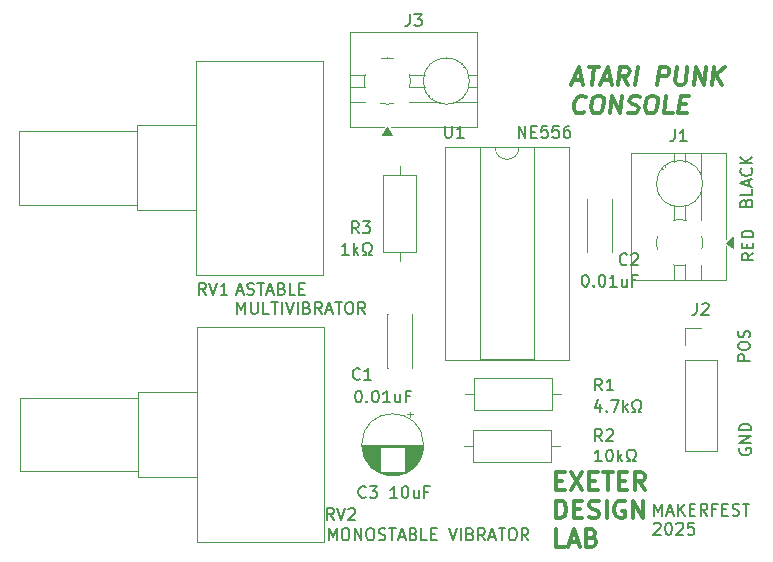
<source format=gbr>
%TF.GenerationSoftware,KiCad,Pcbnew,9.99.0-578-g4ef0d3554e*%
%TF.CreationDate,2025-04-09T17:12:27-04:00*%
%TF.ProjectId,APC,4150432e-6b69-4636-9164-5f7063625858,rev?*%
%TF.SameCoordinates,Original*%
%TF.FileFunction,Legend,Top*%
%TF.FilePolarity,Positive*%
%FSLAX46Y46*%
G04 Gerber Fmt 4.6, Leading zero omitted, Abs format (unit mm)*
G04 Created by KiCad (PCBNEW 9.99.0-578-g4ef0d3554e) date 2025-04-09 17:12:27*
%MOMM*%
%LPD*%
G01*
G04 APERTURE LIST*
%ADD10C,0.300000*%
%ADD11C,0.200000*%
%ADD12C,0.150000*%
%ADD13C,0.120000*%
G04 APERTURE END LIST*
D10*
X136527725Y-67557341D02*
X137242010Y-67557341D01*
X136331296Y-67985912D02*
X137018796Y-66485912D01*
X137018796Y-66485912D02*
X137331296Y-67985912D01*
X137804510Y-66485912D02*
X138661653Y-66485912D01*
X138045582Y-67985912D02*
X138233082Y-66485912D01*
X138956296Y-67557341D02*
X139670581Y-67557341D01*
X138759867Y-67985912D02*
X139447367Y-66485912D01*
X139447367Y-66485912D02*
X139759867Y-67985912D01*
X141117010Y-67985912D02*
X140706295Y-67271626D01*
X140259867Y-67985912D02*
X140447367Y-66485912D01*
X140447367Y-66485912D02*
X141018795Y-66485912D01*
X141018795Y-66485912D02*
X141152724Y-66557341D01*
X141152724Y-66557341D02*
X141215224Y-66628769D01*
X141215224Y-66628769D02*
X141268795Y-66771626D01*
X141268795Y-66771626D02*
X141242010Y-66985912D01*
X141242010Y-66985912D02*
X141152724Y-67128769D01*
X141152724Y-67128769D02*
X141072367Y-67200198D01*
X141072367Y-67200198D02*
X140920581Y-67271626D01*
X140920581Y-67271626D02*
X140349153Y-67271626D01*
X141759867Y-67985912D02*
X141947367Y-66485912D01*
X143617010Y-67985912D02*
X143804510Y-66485912D01*
X143804510Y-66485912D02*
X144375938Y-66485912D01*
X144375938Y-66485912D02*
X144509867Y-66557341D01*
X144509867Y-66557341D02*
X144572367Y-66628769D01*
X144572367Y-66628769D02*
X144625938Y-66771626D01*
X144625938Y-66771626D02*
X144599153Y-66985912D01*
X144599153Y-66985912D02*
X144509867Y-67128769D01*
X144509867Y-67128769D02*
X144429510Y-67200198D01*
X144429510Y-67200198D02*
X144277724Y-67271626D01*
X144277724Y-67271626D02*
X143706296Y-67271626D01*
X145304510Y-66485912D02*
X145152724Y-67700198D01*
X145152724Y-67700198D02*
X145206296Y-67843055D01*
X145206296Y-67843055D02*
X145268796Y-67914484D01*
X145268796Y-67914484D02*
X145402724Y-67985912D01*
X145402724Y-67985912D02*
X145688438Y-67985912D01*
X145688438Y-67985912D02*
X145840224Y-67914484D01*
X145840224Y-67914484D02*
X145920581Y-67843055D01*
X145920581Y-67843055D02*
X146009867Y-67700198D01*
X146009867Y-67700198D02*
X146161653Y-66485912D01*
X146688439Y-67985912D02*
X146875939Y-66485912D01*
X146875939Y-66485912D02*
X147545582Y-67985912D01*
X147545582Y-67985912D02*
X147733082Y-66485912D01*
X148259868Y-67985912D02*
X148447368Y-66485912D01*
X149117011Y-67985912D02*
X148581296Y-67128769D01*
X149304511Y-66485912D02*
X148340225Y-67343055D01*
X137420582Y-70257971D02*
X137340225Y-70329400D01*
X137340225Y-70329400D02*
X137117010Y-70400828D01*
X137117010Y-70400828D02*
X136974153Y-70400828D01*
X136974153Y-70400828D02*
X136768796Y-70329400D01*
X136768796Y-70329400D02*
X136643796Y-70186542D01*
X136643796Y-70186542D02*
X136590225Y-70043685D01*
X136590225Y-70043685D02*
X136554510Y-69757971D01*
X136554510Y-69757971D02*
X136581296Y-69543685D01*
X136581296Y-69543685D02*
X136688439Y-69257971D01*
X136688439Y-69257971D02*
X136777725Y-69115114D01*
X136777725Y-69115114D02*
X136938439Y-68972257D01*
X136938439Y-68972257D02*
X137161653Y-68900828D01*
X137161653Y-68900828D02*
X137304510Y-68900828D01*
X137304510Y-68900828D02*
X137509868Y-68972257D01*
X137509868Y-68972257D02*
X137572368Y-69043685D01*
X138518796Y-68900828D02*
X138804510Y-68900828D01*
X138804510Y-68900828D02*
X138938439Y-68972257D01*
X138938439Y-68972257D02*
X139063439Y-69115114D01*
X139063439Y-69115114D02*
X139099153Y-69400828D01*
X139099153Y-69400828D02*
X139036653Y-69900828D01*
X139036653Y-69900828D02*
X138929510Y-70186542D01*
X138929510Y-70186542D02*
X138768796Y-70329400D01*
X138768796Y-70329400D02*
X138617010Y-70400828D01*
X138617010Y-70400828D02*
X138331296Y-70400828D01*
X138331296Y-70400828D02*
X138197368Y-70329400D01*
X138197368Y-70329400D02*
X138072368Y-70186542D01*
X138072368Y-70186542D02*
X138036653Y-69900828D01*
X138036653Y-69900828D02*
X138099153Y-69400828D01*
X138099153Y-69400828D02*
X138206296Y-69115114D01*
X138206296Y-69115114D02*
X138367010Y-68972257D01*
X138367010Y-68972257D02*
X138518796Y-68900828D01*
X139617011Y-70400828D02*
X139804511Y-68900828D01*
X139804511Y-68900828D02*
X140474154Y-70400828D01*
X140474154Y-70400828D02*
X140661654Y-68900828D01*
X141125940Y-70329400D02*
X141331297Y-70400828D01*
X141331297Y-70400828D02*
X141688440Y-70400828D01*
X141688440Y-70400828D02*
X141840226Y-70329400D01*
X141840226Y-70329400D02*
X141920583Y-70257971D01*
X141920583Y-70257971D02*
X142009868Y-70115114D01*
X142009868Y-70115114D02*
X142027726Y-69972257D01*
X142027726Y-69972257D02*
X141974154Y-69829400D01*
X141974154Y-69829400D02*
X141911654Y-69757971D01*
X141911654Y-69757971D02*
X141777726Y-69686542D01*
X141777726Y-69686542D02*
X141500940Y-69615114D01*
X141500940Y-69615114D02*
X141367011Y-69543685D01*
X141367011Y-69543685D02*
X141304511Y-69472257D01*
X141304511Y-69472257D02*
X141250940Y-69329400D01*
X141250940Y-69329400D02*
X141268797Y-69186542D01*
X141268797Y-69186542D02*
X141358083Y-69043685D01*
X141358083Y-69043685D02*
X141438440Y-68972257D01*
X141438440Y-68972257D02*
X141590226Y-68900828D01*
X141590226Y-68900828D02*
X141947368Y-68900828D01*
X141947368Y-68900828D02*
X142152726Y-68972257D01*
X143090225Y-68900828D02*
X143375939Y-68900828D01*
X143375939Y-68900828D02*
X143509868Y-68972257D01*
X143509868Y-68972257D02*
X143634868Y-69115114D01*
X143634868Y-69115114D02*
X143670582Y-69400828D01*
X143670582Y-69400828D02*
X143608082Y-69900828D01*
X143608082Y-69900828D02*
X143500939Y-70186542D01*
X143500939Y-70186542D02*
X143340225Y-70329400D01*
X143340225Y-70329400D02*
X143188439Y-70400828D01*
X143188439Y-70400828D02*
X142902725Y-70400828D01*
X142902725Y-70400828D02*
X142768797Y-70329400D01*
X142768797Y-70329400D02*
X142643797Y-70186542D01*
X142643797Y-70186542D02*
X142608082Y-69900828D01*
X142608082Y-69900828D02*
X142670582Y-69400828D01*
X142670582Y-69400828D02*
X142777725Y-69115114D01*
X142777725Y-69115114D02*
X142938439Y-68972257D01*
X142938439Y-68972257D02*
X143090225Y-68900828D01*
X144902726Y-70400828D02*
X144188440Y-70400828D01*
X144188440Y-70400828D02*
X144375940Y-68900828D01*
X145500940Y-69615114D02*
X146000940Y-69615114D01*
X146117012Y-70400828D02*
X145402726Y-70400828D01*
X145402726Y-70400828D02*
X145590226Y-68900828D01*
X145590226Y-68900828D02*
X146304512Y-68900828D01*
X135054510Y-101485282D02*
X135554510Y-101485282D01*
X135768796Y-102270996D02*
X135054510Y-102270996D01*
X135054510Y-102270996D02*
X135054510Y-100770996D01*
X135054510Y-100770996D02*
X135768796Y-100770996D01*
X136268796Y-100770996D02*
X137268796Y-102270996D01*
X137268796Y-100770996D02*
X136268796Y-102270996D01*
X137840224Y-101485282D02*
X138340224Y-101485282D01*
X138554510Y-102270996D02*
X137840224Y-102270996D01*
X137840224Y-102270996D02*
X137840224Y-100770996D01*
X137840224Y-100770996D02*
X138554510Y-100770996D01*
X138983082Y-100770996D02*
X139840225Y-100770996D01*
X139411653Y-102270996D02*
X139411653Y-100770996D01*
X140340224Y-101485282D02*
X140840224Y-101485282D01*
X141054510Y-102270996D02*
X140340224Y-102270996D01*
X140340224Y-102270996D02*
X140340224Y-100770996D01*
X140340224Y-100770996D02*
X141054510Y-100770996D01*
X142554510Y-102270996D02*
X142054510Y-101556710D01*
X141697367Y-102270996D02*
X141697367Y-100770996D01*
X141697367Y-100770996D02*
X142268796Y-100770996D01*
X142268796Y-100770996D02*
X142411653Y-100842425D01*
X142411653Y-100842425D02*
X142483082Y-100913853D01*
X142483082Y-100913853D02*
X142554510Y-101056710D01*
X142554510Y-101056710D02*
X142554510Y-101270996D01*
X142554510Y-101270996D02*
X142483082Y-101413853D01*
X142483082Y-101413853D02*
X142411653Y-101485282D01*
X142411653Y-101485282D02*
X142268796Y-101556710D01*
X142268796Y-101556710D02*
X141697367Y-101556710D01*
X135054510Y-104685912D02*
X135054510Y-103185912D01*
X135054510Y-103185912D02*
X135411653Y-103185912D01*
X135411653Y-103185912D02*
X135625939Y-103257341D01*
X135625939Y-103257341D02*
X135768796Y-103400198D01*
X135768796Y-103400198D02*
X135840225Y-103543055D01*
X135840225Y-103543055D02*
X135911653Y-103828769D01*
X135911653Y-103828769D02*
X135911653Y-104043055D01*
X135911653Y-104043055D02*
X135840225Y-104328769D01*
X135840225Y-104328769D02*
X135768796Y-104471626D01*
X135768796Y-104471626D02*
X135625939Y-104614484D01*
X135625939Y-104614484D02*
X135411653Y-104685912D01*
X135411653Y-104685912D02*
X135054510Y-104685912D01*
X136554510Y-103900198D02*
X137054510Y-103900198D01*
X137268796Y-104685912D02*
X136554510Y-104685912D01*
X136554510Y-104685912D02*
X136554510Y-103185912D01*
X136554510Y-103185912D02*
X137268796Y-103185912D01*
X137840225Y-104614484D02*
X138054511Y-104685912D01*
X138054511Y-104685912D02*
X138411653Y-104685912D01*
X138411653Y-104685912D02*
X138554511Y-104614484D01*
X138554511Y-104614484D02*
X138625939Y-104543055D01*
X138625939Y-104543055D02*
X138697368Y-104400198D01*
X138697368Y-104400198D02*
X138697368Y-104257341D01*
X138697368Y-104257341D02*
X138625939Y-104114484D01*
X138625939Y-104114484D02*
X138554511Y-104043055D01*
X138554511Y-104043055D02*
X138411653Y-103971626D01*
X138411653Y-103971626D02*
X138125939Y-103900198D01*
X138125939Y-103900198D02*
X137983082Y-103828769D01*
X137983082Y-103828769D02*
X137911653Y-103757341D01*
X137911653Y-103757341D02*
X137840225Y-103614484D01*
X137840225Y-103614484D02*
X137840225Y-103471626D01*
X137840225Y-103471626D02*
X137911653Y-103328769D01*
X137911653Y-103328769D02*
X137983082Y-103257341D01*
X137983082Y-103257341D02*
X138125939Y-103185912D01*
X138125939Y-103185912D02*
X138483082Y-103185912D01*
X138483082Y-103185912D02*
X138697368Y-103257341D01*
X139340224Y-104685912D02*
X139340224Y-103185912D01*
X140840225Y-103257341D02*
X140697368Y-103185912D01*
X140697368Y-103185912D02*
X140483082Y-103185912D01*
X140483082Y-103185912D02*
X140268796Y-103257341D01*
X140268796Y-103257341D02*
X140125939Y-103400198D01*
X140125939Y-103400198D02*
X140054510Y-103543055D01*
X140054510Y-103543055D02*
X139983082Y-103828769D01*
X139983082Y-103828769D02*
X139983082Y-104043055D01*
X139983082Y-104043055D02*
X140054510Y-104328769D01*
X140054510Y-104328769D02*
X140125939Y-104471626D01*
X140125939Y-104471626D02*
X140268796Y-104614484D01*
X140268796Y-104614484D02*
X140483082Y-104685912D01*
X140483082Y-104685912D02*
X140625939Y-104685912D01*
X140625939Y-104685912D02*
X140840225Y-104614484D01*
X140840225Y-104614484D02*
X140911653Y-104543055D01*
X140911653Y-104543055D02*
X140911653Y-104043055D01*
X140911653Y-104043055D02*
X140625939Y-104043055D01*
X141554510Y-104685912D02*
X141554510Y-103185912D01*
X141554510Y-103185912D02*
X142411653Y-104685912D01*
X142411653Y-104685912D02*
X142411653Y-103185912D01*
X135768796Y-107100828D02*
X135054510Y-107100828D01*
X135054510Y-107100828D02*
X135054510Y-105600828D01*
X136197368Y-106672257D02*
X136911654Y-106672257D01*
X136054511Y-107100828D02*
X136554511Y-105600828D01*
X136554511Y-105600828D02*
X137054511Y-107100828D01*
X138054510Y-106315114D02*
X138268796Y-106386542D01*
X138268796Y-106386542D02*
X138340225Y-106457971D01*
X138340225Y-106457971D02*
X138411653Y-106600828D01*
X138411653Y-106600828D02*
X138411653Y-106815114D01*
X138411653Y-106815114D02*
X138340225Y-106957971D01*
X138340225Y-106957971D02*
X138268796Y-107029400D01*
X138268796Y-107029400D02*
X138125939Y-107100828D01*
X138125939Y-107100828D02*
X137554510Y-107100828D01*
X137554510Y-107100828D02*
X137554510Y-105600828D01*
X137554510Y-105600828D02*
X138054510Y-105600828D01*
X138054510Y-105600828D02*
X138197368Y-105672257D01*
X138197368Y-105672257D02*
X138268796Y-105743685D01*
X138268796Y-105743685D02*
X138340225Y-105886542D01*
X138340225Y-105886542D02*
X138340225Y-106029400D01*
X138340225Y-106029400D02*
X138268796Y-106172257D01*
X138268796Y-106172257D02*
X138197368Y-106243685D01*
X138197368Y-106243685D02*
X138054510Y-106315114D01*
X138054510Y-106315114D02*
X137554510Y-106315114D01*
D11*
X143369673Y-104457275D02*
X143369673Y-103457275D01*
X143369673Y-103457275D02*
X143703006Y-104171560D01*
X143703006Y-104171560D02*
X144036339Y-103457275D01*
X144036339Y-103457275D02*
X144036339Y-104457275D01*
X144464911Y-104171560D02*
X144941101Y-104171560D01*
X144369673Y-104457275D02*
X144703006Y-103457275D01*
X144703006Y-103457275D02*
X145036339Y-104457275D01*
X145369673Y-104457275D02*
X145369673Y-103457275D01*
X145941101Y-104457275D02*
X145512530Y-103885846D01*
X145941101Y-103457275D02*
X145369673Y-104028703D01*
X146369673Y-103933465D02*
X146703006Y-103933465D01*
X146845863Y-104457275D02*
X146369673Y-104457275D01*
X146369673Y-104457275D02*
X146369673Y-103457275D01*
X146369673Y-103457275D02*
X146845863Y-103457275D01*
X147845863Y-104457275D02*
X147512530Y-103981084D01*
X147274435Y-104457275D02*
X147274435Y-103457275D01*
X147274435Y-103457275D02*
X147655387Y-103457275D01*
X147655387Y-103457275D02*
X147750625Y-103504894D01*
X147750625Y-103504894D02*
X147798244Y-103552513D01*
X147798244Y-103552513D02*
X147845863Y-103647751D01*
X147845863Y-103647751D02*
X147845863Y-103790608D01*
X147845863Y-103790608D02*
X147798244Y-103885846D01*
X147798244Y-103885846D02*
X147750625Y-103933465D01*
X147750625Y-103933465D02*
X147655387Y-103981084D01*
X147655387Y-103981084D02*
X147274435Y-103981084D01*
X148607768Y-103933465D02*
X148274435Y-103933465D01*
X148274435Y-104457275D02*
X148274435Y-103457275D01*
X148274435Y-103457275D02*
X148750625Y-103457275D01*
X149131578Y-103933465D02*
X149464911Y-103933465D01*
X149607768Y-104457275D02*
X149131578Y-104457275D01*
X149131578Y-104457275D02*
X149131578Y-103457275D01*
X149131578Y-103457275D02*
X149607768Y-103457275D01*
X149988721Y-104409656D02*
X150131578Y-104457275D01*
X150131578Y-104457275D02*
X150369673Y-104457275D01*
X150369673Y-104457275D02*
X150464911Y-104409656D01*
X150464911Y-104409656D02*
X150512530Y-104362036D01*
X150512530Y-104362036D02*
X150560149Y-104266798D01*
X150560149Y-104266798D02*
X150560149Y-104171560D01*
X150560149Y-104171560D02*
X150512530Y-104076322D01*
X150512530Y-104076322D02*
X150464911Y-104028703D01*
X150464911Y-104028703D02*
X150369673Y-103981084D01*
X150369673Y-103981084D02*
X150179197Y-103933465D01*
X150179197Y-103933465D02*
X150083959Y-103885846D01*
X150083959Y-103885846D02*
X150036340Y-103838227D01*
X150036340Y-103838227D02*
X149988721Y-103742989D01*
X149988721Y-103742989D02*
X149988721Y-103647751D01*
X149988721Y-103647751D02*
X150036340Y-103552513D01*
X150036340Y-103552513D02*
X150083959Y-103504894D01*
X150083959Y-103504894D02*
X150179197Y-103457275D01*
X150179197Y-103457275D02*
X150417292Y-103457275D01*
X150417292Y-103457275D02*
X150560149Y-103504894D01*
X150845864Y-103457275D02*
X151417292Y-103457275D01*
X151131578Y-104457275D02*
X151131578Y-103457275D01*
X143322054Y-105162457D02*
X143369673Y-105114838D01*
X143369673Y-105114838D02*
X143464911Y-105067219D01*
X143464911Y-105067219D02*
X143703006Y-105067219D01*
X143703006Y-105067219D02*
X143798244Y-105114838D01*
X143798244Y-105114838D02*
X143845863Y-105162457D01*
X143845863Y-105162457D02*
X143893482Y-105257695D01*
X143893482Y-105257695D02*
X143893482Y-105352933D01*
X143893482Y-105352933D02*
X143845863Y-105495790D01*
X143845863Y-105495790D02*
X143274435Y-106067219D01*
X143274435Y-106067219D02*
X143893482Y-106067219D01*
X144512530Y-105067219D02*
X144607768Y-105067219D01*
X144607768Y-105067219D02*
X144703006Y-105114838D01*
X144703006Y-105114838D02*
X144750625Y-105162457D01*
X144750625Y-105162457D02*
X144798244Y-105257695D01*
X144798244Y-105257695D02*
X144845863Y-105448171D01*
X144845863Y-105448171D02*
X144845863Y-105686266D01*
X144845863Y-105686266D02*
X144798244Y-105876742D01*
X144798244Y-105876742D02*
X144750625Y-105971980D01*
X144750625Y-105971980D02*
X144703006Y-106019600D01*
X144703006Y-106019600D02*
X144607768Y-106067219D01*
X144607768Y-106067219D02*
X144512530Y-106067219D01*
X144512530Y-106067219D02*
X144417292Y-106019600D01*
X144417292Y-106019600D02*
X144369673Y-105971980D01*
X144369673Y-105971980D02*
X144322054Y-105876742D01*
X144322054Y-105876742D02*
X144274435Y-105686266D01*
X144274435Y-105686266D02*
X144274435Y-105448171D01*
X144274435Y-105448171D02*
X144322054Y-105257695D01*
X144322054Y-105257695D02*
X144369673Y-105162457D01*
X144369673Y-105162457D02*
X144417292Y-105114838D01*
X144417292Y-105114838D02*
X144512530Y-105067219D01*
X145226816Y-105162457D02*
X145274435Y-105114838D01*
X145274435Y-105114838D02*
X145369673Y-105067219D01*
X145369673Y-105067219D02*
X145607768Y-105067219D01*
X145607768Y-105067219D02*
X145703006Y-105114838D01*
X145703006Y-105114838D02*
X145750625Y-105162457D01*
X145750625Y-105162457D02*
X145798244Y-105257695D01*
X145798244Y-105257695D02*
X145798244Y-105352933D01*
X145798244Y-105352933D02*
X145750625Y-105495790D01*
X145750625Y-105495790D02*
X145179197Y-106067219D01*
X145179197Y-106067219D02*
X145798244Y-106067219D01*
X146703006Y-105067219D02*
X146226816Y-105067219D01*
X146226816Y-105067219D02*
X146179197Y-105543409D01*
X146179197Y-105543409D02*
X146226816Y-105495790D01*
X146226816Y-105495790D02*
X146322054Y-105448171D01*
X146322054Y-105448171D02*
X146560149Y-105448171D01*
X146560149Y-105448171D02*
X146655387Y-105495790D01*
X146655387Y-105495790D02*
X146703006Y-105543409D01*
X146703006Y-105543409D02*
X146750625Y-105638647D01*
X146750625Y-105638647D02*
X146750625Y-105876742D01*
X146750625Y-105876742D02*
X146703006Y-105971980D01*
X146703006Y-105971980D02*
X146655387Y-106019600D01*
X146655387Y-106019600D02*
X146560149Y-106067219D01*
X146560149Y-106067219D02*
X146322054Y-106067219D01*
X146322054Y-106067219D02*
X146226816Y-106019600D01*
X146226816Y-106019600D02*
X146179197Y-105971980D01*
X115789673Y-106537219D02*
X115789673Y-105537219D01*
X115789673Y-105537219D02*
X116123006Y-106251504D01*
X116123006Y-106251504D02*
X116456339Y-105537219D01*
X116456339Y-105537219D02*
X116456339Y-106537219D01*
X117123006Y-105537219D02*
X117313482Y-105537219D01*
X117313482Y-105537219D02*
X117408720Y-105584838D01*
X117408720Y-105584838D02*
X117503958Y-105680076D01*
X117503958Y-105680076D02*
X117551577Y-105870552D01*
X117551577Y-105870552D02*
X117551577Y-106203885D01*
X117551577Y-106203885D02*
X117503958Y-106394361D01*
X117503958Y-106394361D02*
X117408720Y-106489600D01*
X117408720Y-106489600D02*
X117313482Y-106537219D01*
X117313482Y-106537219D02*
X117123006Y-106537219D01*
X117123006Y-106537219D02*
X117027768Y-106489600D01*
X117027768Y-106489600D02*
X116932530Y-106394361D01*
X116932530Y-106394361D02*
X116884911Y-106203885D01*
X116884911Y-106203885D02*
X116884911Y-105870552D01*
X116884911Y-105870552D02*
X116932530Y-105680076D01*
X116932530Y-105680076D02*
X117027768Y-105584838D01*
X117027768Y-105584838D02*
X117123006Y-105537219D01*
X117980149Y-106537219D02*
X117980149Y-105537219D01*
X117980149Y-105537219D02*
X118551577Y-106537219D01*
X118551577Y-106537219D02*
X118551577Y-105537219D01*
X119218244Y-105537219D02*
X119408720Y-105537219D01*
X119408720Y-105537219D02*
X119503958Y-105584838D01*
X119503958Y-105584838D02*
X119599196Y-105680076D01*
X119599196Y-105680076D02*
X119646815Y-105870552D01*
X119646815Y-105870552D02*
X119646815Y-106203885D01*
X119646815Y-106203885D02*
X119599196Y-106394361D01*
X119599196Y-106394361D02*
X119503958Y-106489600D01*
X119503958Y-106489600D02*
X119408720Y-106537219D01*
X119408720Y-106537219D02*
X119218244Y-106537219D01*
X119218244Y-106537219D02*
X119123006Y-106489600D01*
X119123006Y-106489600D02*
X119027768Y-106394361D01*
X119027768Y-106394361D02*
X118980149Y-106203885D01*
X118980149Y-106203885D02*
X118980149Y-105870552D01*
X118980149Y-105870552D02*
X119027768Y-105680076D01*
X119027768Y-105680076D02*
X119123006Y-105584838D01*
X119123006Y-105584838D02*
X119218244Y-105537219D01*
X120027768Y-106489600D02*
X120170625Y-106537219D01*
X120170625Y-106537219D02*
X120408720Y-106537219D01*
X120408720Y-106537219D02*
X120503958Y-106489600D01*
X120503958Y-106489600D02*
X120551577Y-106441980D01*
X120551577Y-106441980D02*
X120599196Y-106346742D01*
X120599196Y-106346742D02*
X120599196Y-106251504D01*
X120599196Y-106251504D02*
X120551577Y-106156266D01*
X120551577Y-106156266D02*
X120503958Y-106108647D01*
X120503958Y-106108647D02*
X120408720Y-106061028D01*
X120408720Y-106061028D02*
X120218244Y-106013409D01*
X120218244Y-106013409D02*
X120123006Y-105965790D01*
X120123006Y-105965790D02*
X120075387Y-105918171D01*
X120075387Y-105918171D02*
X120027768Y-105822933D01*
X120027768Y-105822933D02*
X120027768Y-105727695D01*
X120027768Y-105727695D02*
X120075387Y-105632457D01*
X120075387Y-105632457D02*
X120123006Y-105584838D01*
X120123006Y-105584838D02*
X120218244Y-105537219D01*
X120218244Y-105537219D02*
X120456339Y-105537219D01*
X120456339Y-105537219D02*
X120599196Y-105584838D01*
X120884911Y-105537219D02*
X121456339Y-105537219D01*
X121170625Y-106537219D02*
X121170625Y-105537219D01*
X121742054Y-106251504D02*
X122218244Y-106251504D01*
X121646816Y-106537219D02*
X121980149Y-105537219D01*
X121980149Y-105537219D02*
X122313482Y-106537219D01*
X122980149Y-106013409D02*
X123123006Y-106061028D01*
X123123006Y-106061028D02*
X123170625Y-106108647D01*
X123170625Y-106108647D02*
X123218244Y-106203885D01*
X123218244Y-106203885D02*
X123218244Y-106346742D01*
X123218244Y-106346742D02*
X123170625Y-106441980D01*
X123170625Y-106441980D02*
X123123006Y-106489600D01*
X123123006Y-106489600D02*
X123027768Y-106537219D01*
X123027768Y-106537219D02*
X122646816Y-106537219D01*
X122646816Y-106537219D02*
X122646816Y-105537219D01*
X122646816Y-105537219D02*
X122980149Y-105537219D01*
X122980149Y-105537219D02*
X123075387Y-105584838D01*
X123075387Y-105584838D02*
X123123006Y-105632457D01*
X123123006Y-105632457D02*
X123170625Y-105727695D01*
X123170625Y-105727695D02*
X123170625Y-105822933D01*
X123170625Y-105822933D02*
X123123006Y-105918171D01*
X123123006Y-105918171D02*
X123075387Y-105965790D01*
X123075387Y-105965790D02*
X122980149Y-106013409D01*
X122980149Y-106013409D02*
X122646816Y-106013409D01*
X124123006Y-106537219D02*
X123646816Y-106537219D01*
X123646816Y-106537219D02*
X123646816Y-105537219D01*
X124456340Y-106013409D02*
X124789673Y-106013409D01*
X124932530Y-106537219D02*
X124456340Y-106537219D01*
X124456340Y-106537219D02*
X124456340Y-105537219D01*
X124456340Y-105537219D02*
X124932530Y-105537219D01*
X125980150Y-105537219D02*
X126313483Y-106537219D01*
X126313483Y-106537219D02*
X126646816Y-105537219D01*
X126980150Y-106537219D02*
X126980150Y-105537219D01*
X127789673Y-106013409D02*
X127932530Y-106061028D01*
X127932530Y-106061028D02*
X127980149Y-106108647D01*
X127980149Y-106108647D02*
X128027768Y-106203885D01*
X128027768Y-106203885D02*
X128027768Y-106346742D01*
X128027768Y-106346742D02*
X127980149Y-106441980D01*
X127980149Y-106441980D02*
X127932530Y-106489600D01*
X127932530Y-106489600D02*
X127837292Y-106537219D01*
X127837292Y-106537219D02*
X127456340Y-106537219D01*
X127456340Y-106537219D02*
X127456340Y-105537219D01*
X127456340Y-105537219D02*
X127789673Y-105537219D01*
X127789673Y-105537219D02*
X127884911Y-105584838D01*
X127884911Y-105584838D02*
X127932530Y-105632457D01*
X127932530Y-105632457D02*
X127980149Y-105727695D01*
X127980149Y-105727695D02*
X127980149Y-105822933D01*
X127980149Y-105822933D02*
X127932530Y-105918171D01*
X127932530Y-105918171D02*
X127884911Y-105965790D01*
X127884911Y-105965790D02*
X127789673Y-106013409D01*
X127789673Y-106013409D02*
X127456340Y-106013409D01*
X129027768Y-106537219D02*
X128694435Y-106061028D01*
X128456340Y-106537219D02*
X128456340Y-105537219D01*
X128456340Y-105537219D02*
X128837292Y-105537219D01*
X128837292Y-105537219D02*
X128932530Y-105584838D01*
X128932530Y-105584838D02*
X128980149Y-105632457D01*
X128980149Y-105632457D02*
X129027768Y-105727695D01*
X129027768Y-105727695D02*
X129027768Y-105870552D01*
X129027768Y-105870552D02*
X128980149Y-105965790D01*
X128980149Y-105965790D02*
X128932530Y-106013409D01*
X128932530Y-106013409D02*
X128837292Y-106061028D01*
X128837292Y-106061028D02*
X128456340Y-106061028D01*
X129408721Y-106251504D02*
X129884911Y-106251504D01*
X129313483Y-106537219D02*
X129646816Y-105537219D01*
X129646816Y-105537219D02*
X129980149Y-106537219D01*
X130170626Y-105537219D02*
X130742054Y-105537219D01*
X130456340Y-106537219D02*
X130456340Y-105537219D01*
X131265864Y-105537219D02*
X131456340Y-105537219D01*
X131456340Y-105537219D02*
X131551578Y-105584838D01*
X131551578Y-105584838D02*
X131646816Y-105680076D01*
X131646816Y-105680076D02*
X131694435Y-105870552D01*
X131694435Y-105870552D02*
X131694435Y-106203885D01*
X131694435Y-106203885D02*
X131646816Y-106394361D01*
X131646816Y-106394361D02*
X131551578Y-106489600D01*
X131551578Y-106489600D02*
X131456340Y-106537219D01*
X131456340Y-106537219D02*
X131265864Y-106537219D01*
X131265864Y-106537219D02*
X131170626Y-106489600D01*
X131170626Y-106489600D02*
X131075388Y-106394361D01*
X131075388Y-106394361D02*
X131027769Y-106203885D01*
X131027769Y-106203885D02*
X131027769Y-105870552D01*
X131027769Y-105870552D02*
X131075388Y-105680076D01*
X131075388Y-105680076D02*
X131170626Y-105584838D01*
X131170626Y-105584838D02*
X131265864Y-105537219D01*
X132694435Y-106537219D02*
X132361102Y-106061028D01*
X132123007Y-106537219D02*
X132123007Y-105537219D01*
X132123007Y-105537219D02*
X132503959Y-105537219D01*
X132503959Y-105537219D02*
X132599197Y-105584838D01*
X132599197Y-105584838D02*
X132646816Y-105632457D01*
X132646816Y-105632457D02*
X132694435Y-105727695D01*
X132694435Y-105727695D02*
X132694435Y-105870552D01*
X132694435Y-105870552D02*
X132646816Y-105965790D01*
X132646816Y-105965790D02*
X132599197Y-106013409D01*
X132599197Y-106013409D02*
X132503959Y-106061028D01*
X132503959Y-106061028D02*
X132123007Y-106061028D01*
X108022054Y-85471560D02*
X108498244Y-85471560D01*
X107926816Y-85757275D02*
X108260149Y-84757275D01*
X108260149Y-84757275D02*
X108593482Y-85757275D01*
X108879197Y-85709656D02*
X109022054Y-85757275D01*
X109022054Y-85757275D02*
X109260149Y-85757275D01*
X109260149Y-85757275D02*
X109355387Y-85709656D01*
X109355387Y-85709656D02*
X109403006Y-85662036D01*
X109403006Y-85662036D02*
X109450625Y-85566798D01*
X109450625Y-85566798D02*
X109450625Y-85471560D01*
X109450625Y-85471560D02*
X109403006Y-85376322D01*
X109403006Y-85376322D02*
X109355387Y-85328703D01*
X109355387Y-85328703D02*
X109260149Y-85281084D01*
X109260149Y-85281084D02*
X109069673Y-85233465D01*
X109069673Y-85233465D02*
X108974435Y-85185846D01*
X108974435Y-85185846D02*
X108926816Y-85138227D01*
X108926816Y-85138227D02*
X108879197Y-85042989D01*
X108879197Y-85042989D02*
X108879197Y-84947751D01*
X108879197Y-84947751D02*
X108926816Y-84852513D01*
X108926816Y-84852513D02*
X108974435Y-84804894D01*
X108974435Y-84804894D02*
X109069673Y-84757275D01*
X109069673Y-84757275D02*
X109307768Y-84757275D01*
X109307768Y-84757275D02*
X109450625Y-84804894D01*
X109736340Y-84757275D02*
X110307768Y-84757275D01*
X110022054Y-85757275D02*
X110022054Y-84757275D01*
X110593483Y-85471560D02*
X111069673Y-85471560D01*
X110498245Y-85757275D02*
X110831578Y-84757275D01*
X110831578Y-84757275D02*
X111164911Y-85757275D01*
X111831578Y-85233465D02*
X111974435Y-85281084D01*
X111974435Y-85281084D02*
X112022054Y-85328703D01*
X112022054Y-85328703D02*
X112069673Y-85423941D01*
X112069673Y-85423941D02*
X112069673Y-85566798D01*
X112069673Y-85566798D02*
X112022054Y-85662036D01*
X112022054Y-85662036D02*
X111974435Y-85709656D01*
X111974435Y-85709656D02*
X111879197Y-85757275D01*
X111879197Y-85757275D02*
X111498245Y-85757275D01*
X111498245Y-85757275D02*
X111498245Y-84757275D01*
X111498245Y-84757275D02*
X111831578Y-84757275D01*
X111831578Y-84757275D02*
X111926816Y-84804894D01*
X111926816Y-84804894D02*
X111974435Y-84852513D01*
X111974435Y-84852513D02*
X112022054Y-84947751D01*
X112022054Y-84947751D02*
X112022054Y-85042989D01*
X112022054Y-85042989D02*
X111974435Y-85138227D01*
X111974435Y-85138227D02*
X111926816Y-85185846D01*
X111926816Y-85185846D02*
X111831578Y-85233465D01*
X111831578Y-85233465D02*
X111498245Y-85233465D01*
X112974435Y-85757275D02*
X112498245Y-85757275D01*
X112498245Y-85757275D02*
X112498245Y-84757275D01*
X113307769Y-85233465D02*
X113641102Y-85233465D01*
X113783959Y-85757275D02*
X113307769Y-85757275D01*
X113307769Y-85757275D02*
X113307769Y-84757275D01*
X113307769Y-84757275D02*
X113783959Y-84757275D01*
X108069673Y-87367219D02*
X108069673Y-86367219D01*
X108069673Y-86367219D02*
X108403006Y-87081504D01*
X108403006Y-87081504D02*
X108736339Y-86367219D01*
X108736339Y-86367219D02*
X108736339Y-87367219D01*
X109212530Y-86367219D02*
X109212530Y-87176742D01*
X109212530Y-87176742D02*
X109260149Y-87271980D01*
X109260149Y-87271980D02*
X109307768Y-87319600D01*
X109307768Y-87319600D02*
X109403006Y-87367219D01*
X109403006Y-87367219D02*
X109593482Y-87367219D01*
X109593482Y-87367219D02*
X109688720Y-87319600D01*
X109688720Y-87319600D02*
X109736339Y-87271980D01*
X109736339Y-87271980D02*
X109783958Y-87176742D01*
X109783958Y-87176742D02*
X109783958Y-86367219D01*
X110736339Y-87367219D02*
X110260149Y-87367219D01*
X110260149Y-87367219D02*
X110260149Y-86367219D01*
X110926816Y-86367219D02*
X111498244Y-86367219D01*
X111212530Y-87367219D02*
X111212530Y-86367219D01*
X111831578Y-87367219D02*
X111831578Y-86367219D01*
X112164911Y-86367219D02*
X112498244Y-87367219D01*
X112498244Y-87367219D02*
X112831577Y-86367219D01*
X113164911Y-87367219D02*
X113164911Y-86367219D01*
X113974434Y-86843409D02*
X114117291Y-86891028D01*
X114117291Y-86891028D02*
X114164910Y-86938647D01*
X114164910Y-86938647D02*
X114212529Y-87033885D01*
X114212529Y-87033885D02*
X114212529Y-87176742D01*
X114212529Y-87176742D02*
X114164910Y-87271980D01*
X114164910Y-87271980D02*
X114117291Y-87319600D01*
X114117291Y-87319600D02*
X114022053Y-87367219D01*
X114022053Y-87367219D02*
X113641101Y-87367219D01*
X113641101Y-87367219D02*
X113641101Y-86367219D01*
X113641101Y-86367219D02*
X113974434Y-86367219D01*
X113974434Y-86367219D02*
X114069672Y-86414838D01*
X114069672Y-86414838D02*
X114117291Y-86462457D01*
X114117291Y-86462457D02*
X114164910Y-86557695D01*
X114164910Y-86557695D02*
X114164910Y-86652933D01*
X114164910Y-86652933D02*
X114117291Y-86748171D01*
X114117291Y-86748171D02*
X114069672Y-86795790D01*
X114069672Y-86795790D02*
X113974434Y-86843409D01*
X113974434Y-86843409D02*
X113641101Y-86843409D01*
X115212529Y-87367219D02*
X114879196Y-86891028D01*
X114641101Y-87367219D02*
X114641101Y-86367219D01*
X114641101Y-86367219D02*
X115022053Y-86367219D01*
X115022053Y-86367219D02*
X115117291Y-86414838D01*
X115117291Y-86414838D02*
X115164910Y-86462457D01*
X115164910Y-86462457D02*
X115212529Y-86557695D01*
X115212529Y-86557695D02*
X115212529Y-86700552D01*
X115212529Y-86700552D02*
X115164910Y-86795790D01*
X115164910Y-86795790D02*
X115117291Y-86843409D01*
X115117291Y-86843409D02*
X115022053Y-86891028D01*
X115022053Y-86891028D02*
X114641101Y-86891028D01*
X115593482Y-87081504D02*
X116069672Y-87081504D01*
X115498244Y-87367219D02*
X115831577Y-86367219D01*
X115831577Y-86367219D02*
X116164910Y-87367219D01*
X116355387Y-86367219D02*
X116926815Y-86367219D01*
X116641101Y-87367219D02*
X116641101Y-86367219D01*
X117450625Y-86367219D02*
X117641101Y-86367219D01*
X117641101Y-86367219D02*
X117736339Y-86414838D01*
X117736339Y-86414838D02*
X117831577Y-86510076D01*
X117831577Y-86510076D02*
X117879196Y-86700552D01*
X117879196Y-86700552D02*
X117879196Y-87033885D01*
X117879196Y-87033885D02*
X117831577Y-87224361D01*
X117831577Y-87224361D02*
X117736339Y-87319600D01*
X117736339Y-87319600D02*
X117641101Y-87367219D01*
X117641101Y-87367219D02*
X117450625Y-87367219D01*
X117450625Y-87367219D02*
X117355387Y-87319600D01*
X117355387Y-87319600D02*
X117260149Y-87224361D01*
X117260149Y-87224361D02*
X117212530Y-87033885D01*
X117212530Y-87033885D02*
X117212530Y-86700552D01*
X117212530Y-86700552D02*
X117260149Y-86510076D01*
X117260149Y-86510076D02*
X117355387Y-86414838D01*
X117355387Y-86414838D02*
X117450625Y-86367219D01*
X118879196Y-87367219D02*
X118545863Y-86891028D01*
X118307768Y-87367219D02*
X118307768Y-86367219D01*
X118307768Y-86367219D02*
X118688720Y-86367219D01*
X118688720Y-86367219D02*
X118783958Y-86414838D01*
X118783958Y-86414838D02*
X118831577Y-86462457D01*
X118831577Y-86462457D02*
X118879196Y-86557695D01*
X118879196Y-86557695D02*
X118879196Y-86700552D01*
X118879196Y-86700552D02*
X118831577Y-86795790D01*
X118831577Y-86795790D02*
X118783958Y-86843409D01*
X118783958Y-86843409D02*
X118688720Y-86891028D01*
X118688720Y-86891028D02*
X118307768Y-86891028D01*
D12*
X150602438Y-98761904D02*
X150554819Y-98857142D01*
X150554819Y-98857142D02*
X150554819Y-98999999D01*
X150554819Y-98999999D02*
X150602438Y-99142856D01*
X150602438Y-99142856D02*
X150697676Y-99238094D01*
X150697676Y-99238094D02*
X150792914Y-99285713D01*
X150792914Y-99285713D02*
X150983390Y-99333332D01*
X150983390Y-99333332D02*
X151126247Y-99333332D01*
X151126247Y-99333332D02*
X151316723Y-99285713D01*
X151316723Y-99285713D02*
X151411961Y-99238094D01*
X151411961Y-99238094D02*
X151507200Y-99142856D01*
X151507200Y-99142856D02*
X151554819Y-98999999D01*
X151554819Y-98999999D02*
X151554819Y-98904761D01*
X151554819Y-98904761D02*
X151507200Y-98761904D01*
X151507200Y-98761904D02*
X151459580Y-98714285D01*
X151459580Y-98714285D02*
X151126247Y-98714285D01*
X151126247Y-98714285D02*
X151126247Y-98904761D01*
X151554819Y-98285713D02*
X150554819Y-98285713D01*
X150554819Y-98285713D02*
X151554819Y-97714285D01*
X151554819Y-97714285D02*
X150554819Y-97714285D01*
X151554819Y-97238094D02*
X150554819Y-97238094D01*
X150554819Y-97238094D02*
X150554819Y-96999999D01*
X150554819Y-96999999D02*
X150602438Y-96857142D01*
X150602438Y-96857142D02*
X150697676Y-96761904D01*
X150697676Y-96761904D02*
X150792914Y-96714285D01*
X150792914Y-96714285D02*
X150983390Y-96666666D01*
X150983390Y-96666666D02*
X151126247Y-96666666D01*
X151126247Y-96666666D02*
X151316723Y-96714285D01*
X151316723Y-96714285D02*
X151411961Y-96761904D01*
X151411961Y-96761904D02*
X151507200Y-96857142D01*
X151507200Y-96857142D02*
X151554819Y-96999999D01*
X151554819Y-96999999D02*
X151554819Y-97238094D01*
X151454819Y-91361904D02*
X150454819Y-91361904D01*
X150454819Y-91361904D02*
X150454819Y-90980952D01*
X150454819Y-90980952D02*
X150502438Y-90885714D01*
X150502438Y-90885714D02*
X150550057Y-90838095D01*
X150550057Y-90838095D02*
X150645295Y-90790476D01*
X150645295Y-90790476D02*
X150788152Y-90790476D01*
X150788152Y-90790476D02*
X150883390Y-90838095D01*
X150883390Y-90838095D02*
X150931009Y-90885714D01*
X150931009Y-90885714D02*
X150978628Y-90980952D01*
X150978628Y-90980952D02*
X150978628Y-91361904D01*
X150454819Y-90171428D02*
X150454819Y-89980952D01*
X150454819Y-89980952D02*
X150502438Y-89885714D01*
X150502438Y-89885714D02*
X150597676Y-89790476D01*
X150597676Y-89790476D02*
X150788152Y-89742857D01*
X150788152Y-89742857D02*
X151121485Y-89742857D01*
X151121485Y-89742857D02*
X151311961Y-89790476D01*
X151311961Y-89790476D02*
X151407200Y-89885714D01*
X151407200Y-89885714D02*
X151454819Y-89980952D01*
X151454819Y-89980952D02*
X151454819Y-90171428D01*
X151454819Y-90171428D02*
X151407200Y-90266666D01*
X151407200Y-90266666D02*
X151311961Y-90361904D01*
X151311961Y-90361904D02*
X151121485Y-90409523D01*
X151121485Y-90409523D02*
X150788152Y-90409523D01*
X150788152Y-90409523D02*
X150597676Y-90361904D01*
X150597676Y-90361904D02*
X150502438Y-90266666D01*
X150502438Y-90266666D02*
X150454819Y-90171428D01*
X151407200Y-89361904D02*
X151454819Y-89219047D01*
X151454819Y-89219047D02*
X151454819Y-88980952D01*
X151454819Y-88980952D02*
X151407200Y-88885714D01*
X151407200Y-88885714D02*
X151359580Y-88838095D01*
X151359580Y-88838095D02*
X151264342Y-88790476D01*
X151264342Y-88790476D02*
X151169104Y-88790476D01*
X151169104Y-88790476D02*
X151073866Y-88838095D01*
X151073866Y-88838095D02*
X151026247Y-88885714D01*
X151026247Y-88885714D02*
X150978628Y-88980952D01*
X150978628Y-88980952D02*
X150931009Y-89171428D01*
X150931009Y-89171428D02*
X150883390Y-89266666D01*
X150883390Y-89266666D02*
X150835771Y-89314285D01*
X150835771Y-89314285D02*
X150740533Y-89361904D01*
X150740533Y-89361904D02*
X150645295Y-89361904D01*
X150645295Y-89361904D02*
X150550057Y-89314285D01*
X150550057Y-89314285D02*
X150502438Y-89266666D01*
X150502438Y-89266666D02*
X150454819Y-89171428D01*
X150454819Y-89171428D02*
X150454819Y-88933333D01*
X150454819Y-88933333D02*
X150502438Y-88790476D01*
X151131009Y-77961904D02*
X151178628Y-77819047D01*
X151178628Y-77819047D02*
X151226247Y-77771428D01*
X151226247Y-77771428D02*
X151321485Y-77723809D01*
X151321485Y-77723809D02*
X151464342Y-77723809D01*
X151464342Y-77723809D02*
X151559580Y-77771428D01*
X151559580Y-77771428D02*
X151607200Y-77819047D01*
X151607200Y-77819047D02*
X151654819Y-77914285D01*
X151654819Y-77914285D02*
X151654819Y-78295237D01*
X151654819Y-78295237D02*
X150654819Y-78295237D01*
X150654819Y-78295237D02*
X150654819Y-77961904D01*
X150654819Y-77961904D02*
X150702438Y-77866666D01*
X150702438Y-77866666D02*
X150750057Y-77819047D01*
X150750057Y-77819047D02*
X150845295Y-77771428D01*
X150845295Y-77771428D02*
X150940533Y-77771428D01*
X150940533Y-77771428D02*
X151035771Y-77819047D01*
X151035771Y-77819047D02*
X151083390Y-77866666D01*
X151083390Y-77866666D02*
X151131009Y-77961904D01*
X151131009Y-77961904D02*
X151131009Y-78295237D01*
X151654819Y-76819047D02*
X151654819Y-77295237D01*
X151654819Y-77295237D02*
X150654819Y-77295237D01*
X151369104Y-76533332D02*
X151369104Y-76057142D01*
X151654819Y-76628570D02*
X150654819Y-76295237D01*
X150654819Y-76295237D02*
X151654819Y-75961904D01*
X151559580Y-75057142D02*
X151607200Y-75104761D01*
X151607200Y-75104761D02*
X151654819Y-75247618D01*
X151654819Y-75247618D02*
X151654819Y-75342856D01*
X151654819Y-75342856D02*
X151607200Y-75485713D01*
X151607200Y-75485713D02*
X151511961Y-75580951D01*
X151511961Y-75580951D02*
X151416723Y-75628570D01*
X151416723Y-75628570D02*
X151226247Y-75676189D01*
X151226247Y-75676189D02*
X151083390Y-75676189D01*
X151083390Y-75676189D02*
X150892914Y-75628570D01*
X150892914Y-75628570D02*
X150797676Y-75580951D01*
X150797676Y-75580951D02*
X150702438Y-75485713D01*
X150702438Y-75485713D02*
X150654819Y-75342856D01*
X150654819Y-75342856D02*
X150654819Y-75247618D01*
X150654819Y-75247618D02*
X150702438Y-75104761D01*
X150702438Y-75104761D02*
X150750057Y-75057142D01*
X151654819Y-74628570D02*
X150654819Y-74628570D01*
X151654819Y-74057142D02*
X151083390Y-74485713D01*
X150654819Y-74057142D02*
X151226247Y-74628570D01*
X151754819Y-82242857D02*
X151278628Y-82576190D01*
X151754819Y-82814285D02*
X150754819Y-82814285D01*
X150754819Y-82814285D02*
X150754819Y-82433333D01*
X150754819Y-82433333D02*
X150802438Y-82338095D01*
X150802438Y-82338095D02*
X150850057Y-82290476D01*
X150850057Y-82290476D02*
X150945295Y-82242857D01*
X150945295Y-82242857D02*
X151088152Y-82242857D01*
X151088152Y-82242857D02*
X151183390Y-82290476D01*
X151183390Y-82290476D02*
X151231009Y-82338095D01*
X151231009Y-82338095D02*
X151278628Y-82433333D01*
X151278628Y-82433333D02*
X151278628Y-82814285D01*
X151231009Y-81814285D02*
X151231009Y-81480952D01*
X151754819Y-81338095D02*
X151754819Y-81814285D01*
X151754819Y-81814285D02*
X150754819Y-81814285D01*
X150754819Y-81814285D02*
X150754819Y-81338095D01*
X151754819Y-80909523D02*
X150754819Y-80909523D01*
X150754819Y-80909523D02*
X150754819Y-80671428D01*
X150754819Y-80671428D02*
X150802438Y-80528571D01*
X150802438Y-80528571D02*
X150897676Y-80433333D01*
X150897676Y-80433333D02*
X150992914Y-80385714D01*
X150992914Y-80385714D02*
X151183390Y-80338095D01*
X151183390Y-80338095D02*
X151326247Y-80338095D01*
X151326247Y-80338095D02*
X151516723Y-80385714D01*
X151516723Y-80385714D02*
X151611961Y-80433333D01*
X151611961Y-80433333D02*
X151707200Y-80528571D01*
X151707200Y-80528571D02*
X151754819Y-80671428D01*
X151754819Y-80671428D02*
X151754819Y-80909523D01*
D11*
X131869673Y-72467219D02*
X131869673Y-71467219D01*
X131869673Y-71467219D02*
X132441101Y-72467219D01*
X132441101Y-72467219D02*
X132441101Y-71467219D01*
X132917292Y-71943409D02*
X133250625Y-71943409D01*
X133393482Y-72467219D02*
X132917292Y-72467219D01*
X132917292Y-72467219D02*
X132917292Y-71467219D01*
X132917292Y-71467219D02*
X133393482Y-71467219D01*
X134298244Y-71467219D02*
X133822054Y-71467219D01*
X133822054Y-71467219D02*
X133774435Y-71943409D01*
X133774435Y-71943409D02*
X133822054Y-71895790D01*
X133822054Y-71895790D02*
X133917292Y-71848171D01*
X133917292Y-71848171D02*
X134155387Y-71848171D01*
X134155387Y-71848171D02*
X134250625Y-71895790D01*
X134250625Y-71895790D02*
X134298244Y-71943409D01*
X134298244Y-71943409D02*
X134345863Y-72038647D01*
X134345863Y-72038647D02*
X134345863Y-72276742D01*
X134345863Y-72276742D02*
X134298244Y-72371980D01*
X134298244Y-72371980D02*
X134250625Y-72419600D01*
X134250625Y-72419600D02*
X134155387Y-72467219D01*
X134155387Y-72467219D02*
X133917292Y-72467219D01*
X133917292Y-72467219D02*
X133822054Y-72419600D01*
X133822054Y-72419600D02*
X133774435Y-72371980D01*
X135250625Y-71467219D02*
X134774435Y-71467219D01*
X134774435Y-71467219D02*
X134726816Y-71943409D01*
X134726816Y-71943409D02*
X134774435Y-71895790D01*
X134774435Y-71895790D02*
X134869673Y-71848171D01*
X134869673Y-71848171D02*
X135107768Y-71848171D01*
X135107768Y-71848171D02*
X135203006Y-71895790D01*
X135203006Y-71895790D02*
X135250625Y-71943409D01*
X135250625Y-71943409D02*
X135298244Y-72038647D01*
X135298244Y-72038647D02*
X135298244Y-72276742D01*
X135298244Y-72276742D02*
X135250625Y-72371980D01*
X135250625Y-72371980D02*
X135203006Y-72419600D01*
X135203006Y-72419600D02*
X135107768Y-72467219D01*
X135107768Y-72467219D02*
X134869673Y-72467219D01*
X134869673Y-72467219D02*
X134774435Y-72419600D01*
X134774435Y-72419600D02*
X134726816Y-72371980D01*
X136155387Y-71467219D02*
X135964911Y-71467219D01*
X135964911Y-71467219D02*
X135869673Y-71514838D01*
X135869673Y-71514838D02*
X135822054Y-71562457D01*
X135822054Y-71562457D02*
X135726816Y-71705314D01*
X135726816Y-71705314D02*
X135679197Y-71895790D01*
X135679197Y-71895790D02*
X135679197Y-72276742D01*
X135679197Y-72276742D02*
X135726816Y-72371980D01*
X135726816Y-72371980D02*
X135774435Y-72419600D01*
X135774435Y-72419600D02*
X135869673Y-72467219D01*
X135869673Y-72467219D02*
X136060149Y-72467219D01*
X136060149Y-72467219D02*
X136155387Y-72419600D01*
X136155387Y-72419600D02*
X136203006Y-72371980D01*
X136203006Y-72371980D02*
X136250625Y-72276742D01*
X136250625Y-72276742D02*
X136250625Y-72038647D01*
X136250625Y-72038647D02*
X136203006Y-71943409D01*
X136203006Y-71943409D02*
X136155387Y-71895790D01*
X136155387Y-71895790D02*
X136060149Y-71848171D01*
X136060149Y-71848171D02*
X135869673Y-71848171D01*
X135869673Y-71848171D02*
X135774435Y-71895790D01*
X135774435Y-71895790D02*
X135726816Y-71943409D01*
X135726816Y-71943409D02*
X135679197Y-72038647D01*
X118260149Y-93867219D02*
X118355387Y-93867219D01*
X118355387Y-93867219D02*
X118450625Y-93914838D01*
X118450625Y-93914838D02*
X118498244Y-93962457D01*
X118498244Y-93962457D02*
X118545863Y-94057695D01*
X118545863Y-94057695D02*
X118593482Y-94248171D01*
X118593482Y-94248171D02*
X118593482Y-94486266D01*
X118593482Y-94486266D02*
X118545863Y-94676742D01*
X118545863Y-94676742D02*
X118498244Y-94771980D01*
X118498244Y-94771980D02*
X118450625Y-94819600D01*
X118450625Y-94819600D02*
X118355387Y-94867219D01*
X118355387Y-94867219D02*
X118260149Y-94867219D01*
X118260149Y-94867219D02*
X118164911Y-94819600D01*
X118164911Y-94819600D02*
X118117292Y-94771980D01*
X118117292Y-94771980D02*
X118069673Y-94676742D01*
X118069673Y-94676742D02*
X118022054Y-94486266D01*
X118022054Y-94486266D02*
X118022054Y-94248171D01*
X118022054Y-94248171D02*
X118069673Y-94057695D01*
X118069673Y-94057695D02*
X118117292Y-93962457D01*
X118117292Y-93962457D02*
X118164911Y-93914838D01*
X118164911Y-93914838D02*
X118260149Y-93867219D01*
X119022054Y-94771980D02*
X119069673Y-94819600D01*
X119069673Y-94819600D02*
X119022054Y-94867219D01*
X119022054Y-94867219D02*
X118974435Y-94819600D01*
X118974435Y-94819600D02*
X119022054Y-94771980D01*
X119022054Y-94771980D02*
X119022054Y-94867219D01*
X119688720Y-93867219D02*
X119783958Y-93867219D01*
X119783958Y-93867219D02*
X119879196Y-93914838D01*
X119879196Y-93914838D02*
X119926815Y-93962457D01*
X119926815Y-93962457D02*
X119974434Y-94057695D01*
X119974434Y-94057695D02*
X120022053Y-94248171D01*
X120022053Y-94248171D02*
X120022053Y-94486266D01*
X120022053Y-94486266D02*
X119974434Y-94676742D01*
X119974434Y-94676742D02*
X119926815Y-94771980D01*
X119926815Y-94771980D02*
X119879196Y-94819600D01*
X119879196Y-94819600D02*
X119783958Y-94867219D01*
X119783958Y-94867219D02*
X119688720Y-94867219D01*
X119688720Y-94867219D02*
X119593482Y-94819600D01*
X119593482Y-94819600D02*
X119545863Y-94771980D01*
X119545863Y-94771980D02*
X119498244Y-94676742D01*
X119498244Y-94676742D02*
X119450625Y-94486266D01*
X119450625Y-94486266D02*
X119450625Y-94248171D01*
X119450625Y-94248171D02*
X119498244Y-94057695D01*
X119498244Y-94057695D02*
X119545863Y-93962457D01*
X119545863Y-93962457D02*
X119593482Y-93914838D01*
X119593482Y-93914838D02*
X119688720Y-93867219D01*
X120974434Y-94867219D02*
X120403006Y-94867219D01*
X120688720Y-94867219D02*
X120688720Y-93867219D01*
X120688720Y-93867219D02*
X120593482Y-94010076D01*
X120593482Y-94010076D02*
X120498244Y-94105314D01*
X120498244Y-94105314D02*
X120403006Y-94152933D01*
X121831577Y-94200552D02*
X121831577Y-94867219D01*
X121403006Y-94200552D02*
X121403006Y-94724361D01*
X121403006Y-94724361D02*
X121450625Y-94819600D01*
X121450625Y-94819600D02*
X121545863Y-94867219D01*
X121545863Y-94867219D02*
X121688720Y-94867219D01*
X121688720Y-94867219D02*
X121783958Y-94819600D01*
X121783958Y-94819600D02*
X121831577Y-94771980D01*
X122641101Y-94343409D02*
X122307768Y-94343409D01*
X122307768Y-94867219D02*
X122307768Y-93867219D01*
X122307768Y-93867219D02*
X122783958Y-93867219D01*
X137460149Y-84067219D02*
X137555387Y-84067219D01*
X137555387Y-84067219D02*
X137650625Y-84114838D01*
X137650625Y-84114838D02*
X137698244Y-84162457D01*
X137698244Y-84162457D02*
X137745863Y-84257695D01*
X137745863Y-84257695D02*
X137793482Y-84448171D01*
X137793482Y-84448171D02*
X137793482Y-84686266D01*
X137793482Y-84686266D02*
X137745863Y-84876742D01*
X137745863Y-84876742D02*
X137698244Y-84971980D01*
X137698244Y-84971980D02*
X137650625Y-85019600D01*
X137650625Y-85019600D02*
X137555387Y-85067219D01*
X137555387Y-85067219D02*
X137460149Y-85067219D01*
X137460149Y-85067219D02*
X137364911Y-85019600D01*
X137364911Y-85019600D02*
X137317292Y-84971980D01*
X137317292Y-84971980D02*
X137269673Y-84876742D01*
X137269673Y-84876742D02*
X137222054Y-84686266D01*
X137222054Y-84686266D02*
X137222054Y-84448171D01*
X137222054Y-84448171D02*
X137269673Y-84257695D01*
X137269673Y-84257695D02*
X137317292Y-84162457D01*
X137317292Y-84162457D02*
X137364911Y-84114838D01*
X137364911Y-84114838D02*
X137460149Y-84067219D01*
X138222054Y-84971980D02*
X138269673Y-85019600D01*
X138269673Y-85019600D02*
X138222054Y-85067219D01*
X138222054Y-85067219D02*
X138174435Y-85019600D01*
X138174435Y-85019600D02*
X138222054Y-84971980D01*
X138222054Y-84971980D02*
X138222054Y-85067219D01*
X138888720Y-84067219D02*
X138983958Y-84067219D01*
X138983958Y-84067219D02*
X139079196Y-84114838D01*
X139079196Y-84114838D02*
X139126815Y-84162457D01*
X139126815Y-84162457D02*
X139174434Y-84257695D01*
X139174434Y-84257695D02*
X139222053Y-84448171D01*
X139222053Y-84448171D02*
X139222053Y-84686266D01*
X139222053Y-84686266D02*
X139174434Y-84876742D01*
X139174434Y-84876742D02*
X139126815Y-84971980D01*
X139126815Y-84971980D02*
X139079196Y-85019600D01*
X139079196Y-85019600D02*
X138983958Y-85067219D01*
X138983958Y-85067219D02*
X138888720Y-85067219D01*
X138888720Y-85067219D02*
X138793482Y-85019600D01*
X138793482Y-85019600D02*
X138745863Y-84971980D01*
X138745863Y-84971980D02*
X138698244Y-84876742D01*
X138698244Y-84876742D02*
X138650625Y-84686266D01*
X138650625Y-84686266D02*
X138650625Y-84448171D01*
X138650625Y-84448171D02*
X138698244Y-84257695D01*
X138698244Y-84257695D02*
X138745863Y-84162457D01*
X138745863Y-84162457D02*
X138793482Y-84114838D01*
X138793482Y-84114838D02*
X138888720Y-84067219D01*
X140174434Y-85067219D02*
X139603006Y-85067219D01*
X139888720Y-85067219D02*
X139888720Y-84067219D01*
X139888720Y-84067219D02*
X139793482Y-84210076D01*
X139793482Y-84210076D02*
X139698244Y-84305314D01*
X139698244Y-84305314D02*
X139603006Y-84352933D01*
X141031577Y-84400552D02*
X141031577Y-85067219D01*
X140603006Y-84400552D02*
X140603006Y-84924361D01*
X140603006Y-84924361D02*
X140650625Y-85019600D01*
X140650625Y-85019600D02*
X140745863Y-85067219D01*
X140745863Y-85067219D02*
X140888720Y-85067219D01*
X140888720Y-85067219D02*
X140983958Y-85019600D01*
X140983958Y-85019600D02*
X141031577Y-84971980D01*
X141841101Y-84543409D02*
X141507768Y-84543409D01*
X141507768Y-85067219D02*
X141507768Y-84067219D01*
X141507768Y-84067219D02*
X141983958Y-84067219D01*
X138798244Y-95000552D02*
X138798244Y-95667219D01*
X138560149Y-94619600D02*
X138322054Y-95333885D01*
X138322054Y-95333885D02*
X138941101Y-95333885D01*
X139322054Y-95571980D02*
X139369673Y-95619600D01*
X139369673Y-95619600D02*
X139322054Y-95667219D01*
X139322054Y-95667219D02*
X139274435Y-95619600D01*
X139274435Y-95619600D02*
X139322054Y-95571980D01*
X139322054Y-95571980D02*
X139322054Y-95667219D01*
X139703006Y-94667219D02*
X140369672Y-94667219D01*
X140369672Y-94667219D02*
X139941101Y-95667219D01*
X140750625Y-95667219D02*
X140750625Y-94667219D01*
X140845863Y-95286266D02*
X141131577Y-95667219D01*
X141131577Y-95000552D02*
X140750625Y-95381504D01*
X141512530Y-95667219D02*
X141750625Y-95667219D01*
X141750625Y-95667219D02*
X141750625Y-95476742D01*
X141750625Y-95476742D02*
X141655387Y-95429123D01*
X141655387Y-95429123D02*
X141560149Y-95333885D01*
X141560149Y-95333885D02*
X141512530Y-95191028D01*
X141512530Y-95191028D02*
X141512530Y-94952933D01*
X141512530Y-94952933D02*
X141560149Y-94810076D01*
X141560149Y-94810076D02*
X141655387Y-94714838D01*
X141655387Y-94714838D02*
X141798244Y-94667219D01*
X141798244Y-94667219D02*
X141988720Y-94667219D01*
X141988720Y-94667219D02*
X142131577Y-94714838D01*
X142131577Y-94714838D02*
X142226815Y-94810076D01*
X142226815Y-94810076D02*
X142274434Y-94952933D01*
X142274434Y-94952933D02*
X142274434Y-95191028D01*
X142274434Y-95191028D02*
X142226815Y-95333885D01*
X142226815Y-95333885D02*
X142131577Y-95429123D01*
X142131577Y-95429123D02*
X142036339Y-95476742D01*
X142036339Y-95476742D02*
X142036339Y-95667219D01*
X142036339Y-95667219D02*
X142274434Y-95667219D01*
X138893482Y-99867219D02*
X138322054Y-99867219D01*
X138607768Y-99867219D02*
X138607768Y-98867219D01*
X138607768Y-98867219D02*
X138512530Y-99010076D01*
X138512530Y-99010076D02*
X138417292Y-99105314D01*
X138417292Y-99105314D02*
X138322054Y-99152933D01*
X139512530Y-98867219D02*
X139607768Y-98867219D01*
X139607768Y-98867219D02*
X139703006Y-98914838D01*
X139703006Y-98914838D02*
X139750625Y-98962457D01*
X139750625Y-98962457D02*
X139798244Y-99057695D01*
X139798244Y-99057695D02*
X139845863Y-99248171D01*
X139845863Y-99248171D02*
X139845863Y-99486266D01*
X139845863Y-99486266D02*
X139798244Y-99676742D01*
X139798244Y-99676742D02*
X139750625Y-99771980D01*
X139750625Y-99771980D02*
X139703006Y-99819600D01*
X139703006Y-99819600D02*
X139607768Y-99867219D01*
X139607768Y-99867219D02*
X139512530Y-99867219D01*
X139512530Y-99867219D02*
X139417292Y-99819600D01*
X139417292Y-99819600D02*
X139369673Y-99771980D01*
X139369673Y-99771980D02*
X139322054Y-99676742D01*
X139322054Y-99676742D02*
X139274435Y-99486266D01*
X139274435Y-99486266D02*
X139274435Y-99248171D01*
X139274435Y-99248171D02*
X139322054Y-99057695D01*
X139322054Y-99057695D02*
X139369673Y-98962457D01*
X139369673Y-98962457D02*
X139417292Y-98914838D01*
X139417292Y-98914838D02*
X139512530Y-98867219D01*
X140274435Y-99867219D02*
X140274435Y-98867219D01*
X140369673Y-99486266D02*
X140655387Y-99867219D01*
X140655387Y-99200552D02*
X140274435Y-99581504D01*
X141036340Y-99867219D02*
X141274435Y-99867219D01*
X141274435Y-99867219D02*
X141274435Y-99676742D01*
X141274435Y-99676742D02*
X141179197Y-99629123D01*
X141179197Y-99629123D02*
X141083959Y-99533885D01*
X141083959Y-99533885D02*
X141036340Y-99391028D01*
X141036340Y-99391028D02*
X141036340Y-99152933D01*
X141036340Y-99152933D02*
X141083959Y-99010076D01*
X141083959Y-99010076D02*
X141179197Y-98914838D01*
X141179197Y-98914838D02*
X141322054Y-98867219D01*
X141322054Y-98867219D02*
X141512530Y-98867219D01*
X141512530Y-98867219D02*
X141655387Y-98914838D01*
X141655387Y-98914838D02*
X141750625Y-99010076D01*
X141750625Y-99010076D02*
X141798244Y-99152933D01*
X141798244Y-99152933D02*
X141798244Y-99391028D01*
X141798244Y-99391028D02*
X141750625Y-99533885D01*
X141750625Y-99533885D02*
X141655387Y-99629123D01*
X141655387Y-99629123D02*
X141560149Y-99676742D01*
X141560149Y-99676742D02*
X141560149Y-99867219D01*
X141560149Y-99867219D02*
X141798244Y-99867219D01*
X121593482Y-102967219D02*
X121022054Y-102967219D01*
X121307768Y-102967219D02*
X121307768Y-101967219D01*
X121307768Y-101967219D02*
X121212530Y-102110076D01*
X121212530Y-102110076D02*
X121117292Y-102205314D01*
X121117292Y-102205314D02*
X121022054Y-102252933D01*
X122212530Y-101967219D02*
X122307768Y-101967219D01*
X122307768Y-101967219D02*
X122403006Y-102014838D01*
X122403006Y-102014838D02*
X122450625Y-102062457D01*
X122450625Y-102062457D02*
X122498244Y-102157695D01*
X122498244Y-102157695D02*
X122545863Y-102348171D01*
X122545863Y-102348171D02*
X122545863Y-102586266D01*
X122545863Y-102586266D02*
X122498244Y-102776742D01*
X122498244Y-102776742D02*
X122450625Y-102871980D01*
X122450625Y-102871980D02*
X122403006Y-102919600D01*
X122403006Y-102919600D02*
X122307768Y-102967219D01*
X122307768Y-102967219D02*
X122212530Y-102967219D01*
X122212530Y-102967219D02*
X122117292Y-102919600D01*
X122117292Y-102919600D02*
X122069673Y-102871980D01*
X122069673Y-102871980D02*
X122022054Y-102776742D01*
X122022054Y-102776742D02*
X121974435Y-102586266D01*
X121974435Y-102586266D02*
X121974435Y-102348171D01*
X121974435Y-102348171D02*
X122022054Y-102157695D01*
X122022054Y-102157695D02*
X122069673Y-102062457D01*
X122069673Y-102062457D02*
X122117292Y-102014838D01*
X122117292Y-102014838D02*
X122212530Y-101967219D01*
X123403006Y-102300552D02*
X123403006Y-102967219D01*
X122974435Y-102300552D02*
X122974435Y-102824361D01*
X122974435Y-102824361D02*
X123022054Y-102919600D01*
X123022054Y-102919600D02*
X123117292Y-102967219D01*
X123117292Y-102967219D02*
X123260149Y-102967219D01*
X123260149Y-102967219D02*
X123355387Y-102919600D01*
X123355387Y-102919600D02*
X123403006Y-102871980D01*
X124212530Y-102443409D02*
X123879197Y-102443409D01*
X123879197Y-102967219D02*
X123879197Y-101967219D01*
X123879197Y-101967219D02*
X124355387Y-101967219D01*
X117493482Y-82367219D02*
X116922054Y-82367219D01*
X117207768Y-82367219D02*
X117207768Y-81367219D01*
X117207768Y-81367219D02*
X117112530Y-81510076D01*
X117112530Y-81510076D02*
X117017292Y-81605314D01*
X117017292Y-81605314D02*
X116922054Y-81652933D01*
X117922054Y-82367219D02*
X117922054Y-81367219D01*
X118017292Y-81986266D02*
X118303006Y-82367219D01*
X118303006Y-81700552D02*
X117922054Y-82081504D01*
X118683959Y-82367219D02*
X118922054Y-82367219D01*
X118922054Y-82367219D02*
X118922054Y-82176742D01*
X118922054Y-82176742D02*
X118826816Y-82129123D01*
X118826816Y-82129123D02*
X118731578Y-82033885D01*
X118731578Y-82033885D02*
X118683959Y-81891028D01*
X118683959Y-81891028D02*
X118683959Y-81652933D01*
X118683959Y-81652933D02*
X118731578Y-81510076D01*
X118731578Y-81510076D02*
X118826816Y-81414838D01*
X118826816Y-81414838D02*
X118969673Y-81367219D01*
X118969673Y-81367219D02*
X119160149Y-81367219D01*
X119160149Y-81367219D02*
X119303006Y-81414838D01*
X119303006Y-81414838D02*
X119398244Y-81510076D01*
X119398244Y-81510076D02*
X119445863Y-81652933D01*
X119445863Y-81652933D02*
X119445863Y-81891028D01*
X119445863Y-81891028D02*
X119398244Y-82033885D01*
X119398244Y-82033885D02*
X119303006Y-82129123D01*
X119303006Y-82129123D02*
X119207768Y-82176742D01*
X119207768Y-82176742D02*
X119207768Y-82367219D01*
X119207768Y-82367219D02*
X119445863Y-82367219D01*
D12*
X122666666Y-62002319D02*
X122666666Y-62716604D01*
X122666666Y-62716604D02*
X122619047Y-62859461D01*
X122619047Y-62859461D02*
X122523809Y-62954700D01*
X122523809Y-62954700D02*
X122380952Y-63002319D01*
X122380952Y-63002319D02*
X122285714Y-63002319D01*
X123047619Y-62002319D02*
X123666666Y-62002319D01*
X123666666Y-62002319D02*
X123333333Y-62383271D01*
X123333333Y-62383271D02*
X123476190Y-62383271D01*
X123476190Y-62383271D02*
X123571428Y-62430890D01*
X123571428Y-62430890D02*
X123619047Y-62478509D01*
X123619047Y-62478509D02*
X123666666Y-62573747D01*
X123666666Y-62573747D02*
X123666666Y-62811842D01*
X123666666Y-62811842D02*
X123619047Y-62907080D01*
X123619047Y-62907080D02*
X123571428Y-62954700D01*
X123571428Y-62954700D02*
X123476190Y-63002319D01*
X123476190Y-63002319D02*
X123190476Y-63002319D01*
X123190476Y-63002319D02*
X123095238Y-62954700D01*
X123095238Y-62954700D02*
X123047619Y-62907080D01*
X118933333Y-102859580D02*
X118885714Y-102907200D01*
X118885714Y-102907200D02*
X118742857Y-102954819D01*
X118742857Y-102954819D02*
X118647619Y-102954819D01*
X118647619Y-102954819D02*
X118504762Y-102907200D01*
X118504762Y-102907200D02*
X118409524Y-102811961D01*
X118409524Y-102811961D02*
X118361905Y-102716723D01*
X118361905Y-102716723D02*
X118314286Y-102526247D01*
X118314286Y-102526247D02*
X118314286Y-102383390D01*
X118314286Y-102383390D02*
X118361905Y-102192914D01*
X118361905Y-102192914D02*
X118409524Y-102097676D01*
X118409524Y-102097676D02*
X118504762Y-102002438D01*
X118504762Y-102002438D02*
X118647619Y-101954819D01*
X118647619Y-101954819D02*
X118742857Y-101954819D01*
X118742857Y-101954819D02*
X118885714Y-102002438D01*
X118885714Y-102002438D02*
X118933333Y-102050057D01*
X119266667Y-101954819D02*
X119885714Y-101954819D01*
X119885714Y-101954819D02*
X119552381Y-102335771D01*
X119552381Y-102335771D02*
X119695238Y-102335771D01*
X119695238Y-102335771D02*
X119790476Y-102383390D01*
X119790476Y-102383390D02*
X119838095Y-102431009D01*
X119838095Y-102431009D02*
X119885714Y-102526247D01*
X119885714Y-102526247D02*
X119885714Y-102764342D01*
X119885714Y-102764342D02*
X119838095Y-102859580D01*
X119838095Y-102859580D02*
X119790476Y-102907200D01*
X119790476Y-102907200D02*
X119695238Y-102954819D01*
X119695238Y-102954819D02*
X119409524Y-102954819D01*
X119409524Y-102954819D02*
X119314286Y-102907200D01*
X119314286Y-102907200D02*
X119266667Y-102859580D01*
X145099166Y-71754819D02*
X145099166Y-72469104D01*
X145099166Y-72469104D02*
X145051547Y-72611961D01*
X145051547Y-72611961D02*
X144956309Y-72707200D01*
X144956309Y-72707200D02*
X144813452Y-72754819D01*
X144813452Y-72754819D02*
X144718214Y-72754819D01*
X146099166Y-72754819D02*
X145527738Y-72754819D01*
X145813452Y-72754819D02*
X145813452Y-71754819D01*
X145813452Y-71754819D02*
X145718214Y-71897676D01*
X145718214Y-71897676D02*
X145622976Y-71992914D01*
X145622976Y-71992914D02*
X145527738Y-72040533D01*
X116224761Y-104824819D02*
X115891428Y-104348628D01*
X115653333Y-104824819D02*
X115653333Y-103824819D01*
X115653333Y-103824819D02*
X116034285Y-103824819D01*
X116034285Y-103824819D02*
X116129523Y-103872438D01*
X116129523Y-103872438D02*
X116177142Y-103920057D01*
X116177142Y-103920057D02*
X116224761Y-104015295D01*
X116224761Y-104015295D02*
X116224761Y-104158152D01*
X116224761Y-104158152D02*
X116177142Y-104253390D01*
X116177142Y-104253390D02*
X116129523Y-104301009D01*
X116129523Y-104301009D02*
X116034285Y-104348628D01*
X116034285Y-104348628D02*
X115653333Y-104348628D01*
X116510476Y-103824819D02*
X116843809Y-104824819D01*
X116843809Y-104824819D02*
X117177142Y-103824819D01*
X117462857Y-103920057D02*
X117510476Y-103872438D01*
X117510476Y-103872438D02*
X117605714Y-103824819D01*
X117605714Y-103824819D02*
X117843809Y-103824819D01*
X117843809Y-103824819D02*
X117939047Y-103872438D01*
X117939047Y-103872438D02*
X117986666Y-103920057D01*
X117986666Y-103920057D02*
X118034285Y-104015295D01*
X118034285Y-104015295D02*
X118034285Y-104110533D01*
X118034285Y-104110533D02*
X117986666Y-104253390D01*
X117986666Y-104253390D02*
X117415238Y-104824819D01*
X117415238Y-104824819D02*
X118034285Y-104824819D01*
X105404761Y-85754819D02*
X105071428Y-85278628D01*
X104833333Y-85754819D02*
X104833333Y-84754819D01*
X104833333Y-84754819D02*
X105214285Y-84754819D01*
X105214285Y-84754819D02*
X105309523Y-84802438D01*
X105309523Y-84802438D02*
X105357142Y-84850057D01*
X105357142Y-84850057D02*
X105404761Y-84945295D01*
X105404761Y-84945295D02*
X105404761Y-85088152D01*
X105404761Y-85088152D02*
X105357142Y-85183390D01*
X105357142Y-85183390D02*
X105309523Y-85231009D01*
X105309523Y-85231009D02*
X105214285Y-85278628D01*
X105214285Y-85278628D02*
X104833333Y-85278628D01*
X105690476Y-84754819D02*
X106023809Y-85754819D01*
X106023809Y-85754819D02*
X106357142Y-84754819D01*
X107214285Y-85754819D02*
X106642857Y-85754819D01*
X106928571Y-85754819D02*
X106928571Y-84754819D01*
X106928571Y-84754819D02*
X106833333Y-84897676D01*
X106833333Y-84897676D02*
X106738095Y-84992914D01*
X106738095Y-84992914D02*
X106642857Y-85040533D01*
X141033333Y-83159580D02*
X140985714Y-83207200D01*
X140985714Y-83207200D02*
X140842857Y-83254819D01*
X140842857Y-83254819D02*
X140747619Y-83254819D01*
X140747619Y-83254819D02*
X140604762Y-83207200D01*
X140604762Y-83207200D02*
X140509524Y-83111961D01*
X140509524Y-83111961D02*
X140461905Y-83016723D01*
X140461905Y-83016723D02*
X140414286Y-82826247D01*
X140414286Y-82826247D02*
X140414286Y-82683390D01*
X140414286Y-82683390D02*
X140461905Y-82492914D01*
X140461905Y-82492914D02*
X140509524Y-82397676D01*
X140509524Y-82397676D02*
X140604762Y-82302438D01*
X140604762Y-82302438D02*
X140747619Y-82254819D01*
X140747619Y-82254819D02*
X140842857Y-82254819D01*
X140842857Y-82254819D02*
X140985714Y-82302438D01*
X140985714Y-82302438D02*
X141033333Y-82350057D01*
X141414286Y-82350057D02*
X141461905Y-82302438D01*
X141461905Y-82302438D02*
X141557143Y-82254819D01*
X141557143Y-82254819D02*
X141795238Y-82254819D01*
X141795238Y-82254819D02*
X141890476Y-82302438D01*
X141890476Y-82302438D02*
X141938095Y-82350057D01*
X141938095Y-82350057D02*
X141985714Y-82445295D01*
X141985714Y-82445295D02*
X141985714Y-82540533D01*
X141985714Y-82540533D02*
X141938095Y-82683390D01*
X141938095Y-82683390D02*
X141366667Y-83254819D01*
X141366667Y-83254819D02*
X141985714Y-83254819D01*
X118433333Y-92859580D02*
X118385714Y-92907200D01*
X118385714Y-92907200D02*
X118242857Y-92954819D01*
X118242857Y-92954819D02*
X118147619Y-92954819D01*
X118147619Y-92954819D02*
X118004762Y-92907200D01*
X118004762Y-92907200D02*
X117909524Y-92811961D01*
X117909524Y-92811961D02*
X117861905Y-92716723D01*
X117861905Y-92716723D02*
X117814286Y-92526247D01*
X117814286Y-92526247D02*
X117814286Y-92383390D01*
X117814286Y-92383390D02*
X117861905Y-92192914D01*
X117861905Y-92192914D02*
X117909524Y-92097676D01*
X117909524Y-92097676D02*
X118004762Y-92002438D01*
X118004762Y-92002438D02*
X118147619Y-91954819D01*
X118147619Y-91954819D02*
X118242857Y-91954819D01*
X118242857Y-91954819D02*
X118385714Y-92002438D01*
X118385714Y-92002438D02*
X118433333Y-92050057D01*
X119385714Y-92954819D02*
X118814286Y-92954819D01*
X119100000Y-92954819D02*
X119100000Y-91954819D01*
X119100000Y-91954819D02*
X119004762Y-92097676D01*
X119004762Y-92097676D02*
X118909524Y-92192914D01*
X118909524Y-92192914D02*
X118814286Y-92240533D01*
X125638095Y-71454819D02*
X125638095Y-72264342D01*
X125638095Y-72264342D02*
X125685714Y-72359580D01*
X125685714Y-72359580D02*
X125733333Y-72407200D01*
X125733333Y-72407200D02*
X125828571Y-72454819D01*
X125828571Y-72454819D02*
X126019047Y-72454819D01*
X126019047Y-72454819D02*
X126114285Y-72407200D01*
X126114285Y-72407200D02*
X126161904Y-72359580D01*
X126161904Y-72359580D02*
X126209523Y-72264342D01*
X126209523Y-72264342D02*
X126209523Y-71454819D01*
X127209523Y-72454819D02*
X126638095Y-72454819D01*
X126923809Y-72454819D02*
X126923809Y-71454819D01*
X126923809Y-71454819D02*
X126828571Y-71597676D01*
X126828571Y-71597676D02*
X126733333Y-71692914D01*
X126733333Y-71692914D02*
X126638095Y-71740533D01*
X118333333Y-80554819D02*
X118000000Y-80078628D01*
X117761905Y-80554819D02*
X117761905Y-79554819D01*
X117761905Y-79554819D02*
X118142857Y-79554819D01*
X118142857Y-79554819D02*
X118238095Y-79602438D01*
X118238095Y-79602438D02*
X118285714Y-79650057D01*
X118285714Y-79650057D02*
X118333333Y-79745295D01*
X118333333Y-79745295D02*
X118333333Y-79888152D01*
X118333333Y-79888152D02*
X118285714Y-79983390D01*
X118285714Y-79983390D02*
X118238095Y-80031009D01*
X118238095Y-80031009D02*
X118142857Y-80078628D01*
X118142857Y-80078628D02*
X117761905Y-80078628D01*
X118666667Y-79554819D02*
X119285714Y-79554819D01*
X119285714Y-79554819D02*
X118952381Y-79935771D01*
X118952381Y-79935771D02*
X119095238Y-79935771D01*
X119095238Y-79935771D02*
X119190476Y-79983390D01*
X119190476Y-79983390D02*
X119238095Y-80031009D01*
X119238095Y-80031009D02*
X119285714Y-80126247D01*
X119285714Y-80126247D02*
X119285714Y-80364342D01*
X119285714Y-80364342D02*
X119238095Y-80459580D01*
X119238095Y-80459580D02*
X119190476Y-80507200D01*
X119190476Y-80507200D02*
X119095238Y-80554819D01*
X119095238Y-80554819D02*
X118809524Y-80554819D01*
X118809524Y-80554819D02*
X118714286Y-80507200D01*
X118714286Y-80507200D02*
X118666667Y-80459580D01*
X138933333Y-98154819D02*
X138600000Y-97678628D01*
X138361905Y-98154819D02*
X138361905Y-97154819D01*
X138361905Y-97154819D02*
X138742857Y-97154819D01*
X138742857Y-97154819D02*
X138838095Y-97202438D01*
X138838095Y-97202438D02*
X138885714Y-97250057D01*
X138885714Y-97250057D02*
X138933333Y-97345295D01*
X138933333Y-97345295D02*
X138933333Y-97488152D01*
X138933333Y-97488152D02*
X138885714Y-97583390D01*
X138885714Y-97583390D02*
X138838095Y-97631009D01*
X138838095Y-97631009D02*
X138742857Y-97678628D01*
X138742857Y-97678628D02*
X138361905Y-97678628D01*
X139314286Y-97250057D02*
X139361905Y-97202438D01*
X139361905Y-97202438D02*
X139457143Y-97154819D01*
X139457143Y-97154819D02*
X139695238Y-97154819D01*
X139695238Y-97154819D02*
X139790476Y-97202438D01*
X139790476Y-97202438D02*
X139838095Y-97250057D01*
X139838095Y-97250057D02*
X139885714Y-97345295D01*
X139885714Y-97345295D02*
X139885714Y-97440533D01*
X139885714Y-97440533D02*
X139838095Y-97583390D01*
X139838095Y-97583390D02*
X139266667Y-98154819D01*
X139266667Y-98154819D02*
X139885714Y-98154819D01*
X138933333Y-93854819D02*
X138600000Y-93378628D01*
X138361905Y-93854819D02*
X138361905Y-92854819D01*
X138361905Y-92854819D02*
X138742857Y-92854819D01*
X138742857Y-92854819D02*
X138838095Y-92902438D01*
X138838095Y-92902438D02*
X138885714Y-92950057D01*
X138885714Y-92950057D02*
X138933333Y-93045295D01*
X138933333Y-93045295D02*
X138933333Y-93188152D01*
X138933333Y-93188152D02*
X138885714Y-93283390D01*
X138885714Y-93283390D02*
X138838095Y-93331009D01*
X138838095Y-93331009D02*
X138742857Y-93378628D01*
X138742857Y-93378628D02*
X138361905Y-93378628D01*
X139885714Y-93854819D02*
X139314286Y-93854819D01*
X139600000Y-93854819D02*
X139600000Y-92854819D01*
X139600000Y-92854819D02*
X139504762Y-92997676D01*
X139504762Y-92997676D02*
X139409524Y-93092914D01*
X139409524Y-93092914D02*
X139314286Y-93140533D01*
X146966666Y-86454819D02*
X146966666Y-87169104D01*
X146966666Y-87169104D02*
X146919047Y-87311961D01*
X146919047Y-87311961D02*
X146823809Y-87407200D01*
X146823809Y-87407200D02*
X146680952Y-87454819D01*
X146680952Y-87454819D02*
X146585714Y-87454819D01*
X147395238Y-86550057D02*
X147442857Y-86502438D01*
X147442857Y-86502438D02*
X147538095Y-86454819D01*
X147538095Y-86454819D02*
X147776190Y-86454819D01*
X147776190Y-86454819D02*
X147871428Y-86502438D01*
X147871428Y-86502438D02*
X147919047Y-86550057D01*
X147919047Y-86550057D02*
X147966666Y-86645295D01*
X147966666Y-86645295D02*
X147966666Y-86740533D01*
X147966666Y-86740533D02*
X147919047Y-86883390D01*
X147919047Y-86883390D02*
X147347619Y-87454819D01*
X147347619Y-87454819D02*
X147966666Y-87454819D01*
D13*
%TO.C,J3*%
X117630000Y-63547500D02*
X117630000Y-71587500D01*
X117630000Y-63547500D02*
X128370000Y-63547500D01*
X117630000Y-67167500D02*
X118870000Y-67167500D01*
X117630000Y-68167500D02*
X118870000Y-68167500D01*
X117630000Y-69467500D02*
X118870000Y-69467500D01*
X117630000Y-71587500D02*
X120450000Y-71587500D01*
X121050000Y-71587500D02*
X128370000Y-71587500D01*
X122630000Y-67167500D02*
X123938000Y-67167500D01*
X122630000Y-68167500D02*
X123938000Y-68167500D01*
X122630000Y-69467500D02*
X125207000Y-69467500D01*
X124306000Y-68871500D02*
X124263000Y-68914500D01*
X124545000Y-69110500D02*
X124502000Y-69153500D01*
X126293000Y-69467500D02*
X128370000Y-69467500D01*
X126997000Y-66181500D02*
X126954000Y-66224500D01*
X127237000Y-66420500D02*
X127194000Y-66463500D01*
X127562000Y-67167500D02*
X128370000Y-67167500D01*
X127562000Y-68167500D02*
X128370000Y-68167500D01*
X128370000Y-63547500D02*
X128370000Y-71587500D01*
X118870000Y-68221500D02*
G75*
G02*
X118870139Y-67113028I1879990J554000D01*
G01*
X120196000Y-65787500D02*
G75*
G02*
X121304472Y-65787639I554000J-1880000D01*
G01*
X121304000Y-69547500D02*
G75*
G02*
X120195528Y-69547361I-554000J1879990D01*
G01*
X122630000Y-67113500D02*
G75*
G02*
X122629861Y-68221972I-1880000J-554000D01*
G01*
X127710000Y-67667500D02*
G75*
G02*
X123790000Y-67667500I-1960000J0D01*
G01*
X123790000Y-67667500D02*
G75*
G02*
X127710000Y-67667500I1960000J0D01*
G01*
X121190000Y-72197500D02*
X120310000Y-72197500D01*
X120750000Y-71587500D01*
X121190000Y-72197500D01*
G36*
X121190000Y-72197500D02*
G01*
X120310000Y-72197500D01*
X120750000Y-71587500D01*
X121190000Y-72197500D01*
G37*
%TO.C,C3*%
X122675000Y-95645225D02*
X122675000Y-96145225D01*
X122925000Y-95895225D02*
X122425000Y-95895225D01*
X123780000Y-98450000D02*
X118620000Y-98450000D01*
X123780000Y-98490000D02*
X118620000Y-98490000D01*
X123779000Y-98530000D02*
X118621000Y-98530000D01*
X123777000Y-98570000D02*
X118623000Y-98570000D01*
X123775000Y-98610000D02*
X118625000Y-98610000D01*
X123772000Y-98650000D02*
X118628000Y-98650000D01*
X123769000Y-98690000D02*
X122240000Y-98690000D01*
X120160000Y-98690000D02*
X118631000Y-98690000D01*
X123765000Y-98730000D02*
X122240000Y-98730000D01*
X120160000Y-98730000D02*
X118635000Y-98730000D01*
X123760000Y-98770000D02*
X122240000Y-98770000D01*
X120160000Y-98770000D02*
X118640000Y-98770000D01*
X123755000Y-98810000D02*
X122240000Y-98810000D01*
X120160000Y-98810000D02*
X118645000Y-98810000D01*
X123749000Y-98850000D02*
X122240000Y-98850000D01*
X120160000Y-98850000D02*
X118651000Y-98850000D01*
X123743000Y-98890000D02*
X122240000Y-98890000D01*
X120160000Y-98890000D02*
X118657000Y-98890000D01*
X123736000Y-98930000D02*
X122240000Y-98930000D01*
X120160000Y-98930000D02*
X118664000Y-98930000D01*
X123728000Y-98970000D02*
X122240000Y-98970000D01*
X120160000Y-98970000D02*
X118672000Y-98970000D01*
X123719000Y-99010000D02*
X122240000Y-99010000D01*
X120160000Y-99010000D02*
X118681000Y-99010000D01*
X123710000Y-99050000D02*
X122240000Y-99050000D01*
X120160000Y-99050000D02*
X118690000Y-99050000D01*
X123701000Y-99090000D02*
X122240000Y-99090000D01*
X120160000Y-99090000D02*
X118699000Y-99090000D01*
X123690000Y-99130000D02*
X122240000Y-99130000D01*
X120160000Y-99130000D02*
X118710000Y-99130000D01*
X123679000Y-99170000D02*
X122240000Y-99170000D01*
X120160000Y-99170000D02*
X118721000Y-99170000D01*
X123667000Y-99210000D02*
X122240000Y-99210000D01*
X120160000Y-99210000D02*
X118733000Y-99210000D01*
X123655000Y-99250000D02*
X122240000Y-99250000D01*
X120160000Y-99250000D02*
X118745000Y-99250000D01*
X123642000Y-99290000D02*
X122240000Y-99290000D01*
X120160000Y-99290000D02*
X118758000Y-99290000D01*
X123628000Y-99330000D02*
X122240000Y-99330000D01*
X120160000Y-99330000D02*
X118772000Y-99330000D01*
X123613000Y-99370000D02*
X122240000Y-99370000D01*
X120160000Y-99370000D02*
X118787000Y-99370000D01*
X123598000Y-99410000D02*
X122240000Y-99410000D01*
X120160000Y-99410000D02*
X118802000Y-99410000D01*
X123582000Y-99450000D02*
X122240000Y-99450000D01*
X120160000Y-99450000D02*
X118818000Y-99450000D01*
X123565000Y-99490000D02*
X122240000Y-99490000D01*
X120160000Y-99490000D02*
X118835000Y-99490000D01*
X123547000Y-99530000D02*
X122240000Y-99530000D01*
X120160000Y-99530000D02*
X118853000Y-99530000D01*
X123529000Y-99570000D02*
X122240000Y-99570000D01*
X120160000Y-99570000D02*
X118871000Y-99570000D01*
X123509000Y-99610000D02*
X122240000Y-99610000D01*
X120160000Y-99610000D02*
X118891000Y-99610000D01*
X123489000Y-99650000D02*
X122240000Y-99650000D01*
X120160000Y-99650000D02*
X118911000Y-99650000D01*
X123468000Y-99690000D02*
X122240000Y-99690000D01*
X120160000Y-99690000D02*
X118932000Y-99690000D01*
X123446000Y-99730000D02*
X122240000Y-99730000D01*
X120160000Y-99730000D02*
X118954000Y-99730000D01*
X123423000Y-99770000D02*
X122240000Y-99770000D01*
X120160000Y-99770000D02*
X118977000Y-99770000D01*
X123399000Y-99810000D02*
X122240000Y-99810000D01*
X120160000Y-99810000D02*
X119001000Y-99810000D01*
X123375000Y-99850000D02*
X122240000Y-99850000D01*
X120160000Y-99850000D02*
X119025000Y-99850000D01*
X123349000Y-99890000D02*
X122240000Y-99890000D01*
X120160000Y-99890000D02*
X119051000Y-99890000D01*
X123322000Y-99930000D02*
X122240000Y-99930000D01*
X120160000Y-99930000D02*
X119078000Y-99930000D01*
X123294000Y-99970000D02*
X122240000Y-99970000D01*
X120160000Y-99970000D02*
X119106000Y-99970000D01*
X123265000Y-100010000D02*
X122240000Y-100010000D01*
X120160000Y-100010000D02*
X119135000Y-100010000D01*
X123235000Y-100050000D02*
X122240000Y-100050000D01*
X120160000Y-100050000D02*
X119165000Y-100050000D01*
X123203000Y-100090000D02*
X122240000Y-100090000D01*
X120160000Y-100090000D02*
X119197000Y-100090000D01*
X123170000Y-100130000D02*
X122240000Y-100130000D01*
X120160000Y-100130000D02*
X119230000Y-100130000D01*
X123136000Y-100170000D02*
X122240000Y-100170000D01*
X120160000Y-100170000D02*
X119264000Y-100170000D01*
X123101000Y-100210000D02*
X122240000Y-100210000D01*
X120160000Y-100210000D02*
X119299000Y-100210000D01*
X123064000Y-100250000D02*
X122240000Y-100250000D01*
X120160000Y-100250000D02*
X119336000Y-100250000D01*
X123025000Y-100290000D02*
X122240000Y-100290000D01*
X120160000Y-100290000D02*
X119375000Y-100290000D01*
X122985000Y-100330000D02*
X122240000Y-100330000D01*
X120160000Y-100330000D02*
X119415000Y-100330000D01*
X122943000Y-100370000D02*
X122240000Y-100370000D01*
X120160000Y-100370000D02*
X119457000Y-100370000D01*
X122899000Y-100410000D02*
X122240000Y-100410000D01*
X120160000Y-100410000D02*
X119501000Y-100410000D01*
X122852000Y-100450000D02*
X122240000Y-100450000D01*
X120160000Y-100450000D02*
X119548000Y-100450000D01*
X122804000Y-100490000D02*
X122240000Y-100490000D01*
X120160000Y-100490000D02*
X119596000Y-100490000D01*
X122753000Y-100530000D02*
X122240000Y-100530000D01*
X120160000Y-100530000D02*
X119647000Y-100530000D01*
X122699000Y-100570000D02*
X122240000Y-100570000D01*
X120160000Y-100570000D02*
X119701000Y-100570000D01*
X122643000Y-100610000D02*
X122240000Y-100610000D01*
X120160000Y-100610000D02*
X119757000Y-100610000D01*
X122583000Y-100650000D02*
X122240000Y-100650000D01*
X120160000Y-100650000D02*
X119817000Y-100650000D01*
X122519000Y-100690000D02*
X122240000Y-100690000D01*
X120160000Y-100690000D02*
X119881000Y-100690000D01*
X122451000Y-100730000D02*
X122240000Y-100730000D01*
X120160000Y-100730000D02*
X119949000Y-100730000D01*
X122377000Y-100770000D02*
X120023000Y-100770000D01*
X122298000Y-100810000D02*
X120102000Y-100810000D01*
X122211000Y-100850000D02*
X120189000Y-100850000D01*
X122114000Y-100890000D02*
X120286000Y-100890000D01*
X122005000Y-100930000D02*
X120395000Y-100930000D01*
X121877000Y-100970000D02*
X120523000Y-100970000D01*
X121717000Y-101010000D02*
X120683000Y-101010000D01*
X121483000Y-101050000D02*
X120917000Y-101050000D01*
X123820000Y-98450000D02*
G75*
G02*
X118580000Y-98450000I-2620000J0D01*
G01*
X118580000Y-98450000D02*
G75*
G02*
X123820000Y-98450000I2620000J0D01*
G01*
%TO.C,J1*%
X141380000Y-84470000D02*
X149420000Y-84470000D01*
X141380000Y-84470000D02*
X141380000Y-73730000D01*
X145000000Y-84470000D02*
X145000000Y-83230000D01*
X146000000Y-84470000D02*
X146000000Y-83230000D01*
X147300000Y-84470000D02*
X147300000Y-83230000D01*
X149420000Y-84470000D02*
X149420000Y-81650000D01*
X149420000Y-81050000D02*
X149420000Y-73730000D01*
X145000000Y-79470000D02*
X145000000Y-78162000D01*
X146000000Y-79470000D02*
X146000000Y-78162000D01*
X147300000Y-79470000D02*
X147300000Y-76893000D01*
X146704000Y-77794000D02*
X146747000Y-77837000D01*
X146943000Y-77555000D02*
X146986000Y-77598000D01*
X147300000Y-75807000D02*
X147300000Y-73730000D01*
X144014000Y-75103000D02*
X144057000Y-75146000D01*
X144253000Y-74863000D02*
X144296000Y-74906000D01*
X145000000Y-74538000D02*
X145000000Y-73730000D01*
X146000000Y-74538000D02*
X146000000Y-73730000D01*
X141380000Y-73730000D02*
X149420000Y-73730000D01*
X146054000Y-83230000D02*
G75*
G02*
X144945528Y-83229861I-554000J1879990D01*
G01*
X143620000Y-81904000D02*
G75*
G02*
X143620139Y-80795528I1880000J554000D01*
G01*
X147380000Y-80796000D02*
G75*
G02*
X147379861Y-81904472I-1879990J-554000D01*
G01*
X144946000Y-79470000D02*
G75*
G02*
X146054472Y-79470139I554000J-1880000D01*
G01*
X147460000Y-76350000D02*
G75*
G02*
X143540000Y-76350000I-1960000J0D01*
G01*
X143540000Y-76350000D02*
G75*
G02*
X147460000Y-76350000I1960000J0D01*
G01*
X150030000Y-81790000D02*
X149420000Y-81350000D01*
X150030000Y-80910000D01*
X150030000Y-81790000D01*
G36*
X150030000Y-81790000D02*
G01*
X149420000Y-81350000D01*
X150030000Y-80910000D01*
X150030000Y-81790000D01*
G37*
%TO.C,RV2*%
X89680000Y-100720000D02*
X89680000Y-94480000D01*
X99680000Y-94480000D02*
X89680000Y-94480000D01*
X99680000Y-100720000D02*
X89680000Y-100720000D01*
X99680000Y-101220000D02*
X99680000Y-93980000D01*
X104680000Y-93980000D02*
X99680000Y-93980000D01*
X104680000Y-101220000D02*
X99680000Y-101220000D01*
X104680000Y-106670000D02*
X104680000Y-88530000D01*
X115420000Y-88530000D02*
X104680000Y-88530000D01*
X115420000Y-106670000D02*
X104680000Y-106670000D01*
X115420000Y-106670000D02*
X115420000Y-88530000D01*
%TO.C,RV1*%
X89580000Y-78120000D02*
X89580000Y-71880000D01*
X99580000Y-71880000D02*
X89580000Y-71880000D01*
X99580000Y-78120000D02*
X89580000Y-78120000D01*
X99580000Y-78620000D02*
X99580000Y-71380000D01*
X104580000Y-71380000D02*
X99580000Y-71380000D01*
X104580000Y-78620000D02*
X99580000Y-78620000D01*
X104580000Y-84070000D02*
X104580000Y-65930000D01*
X115320000Y-65930000D02*
X104580000Y-65930000D01*
X115320000Y-84070000D02*
X104580000Y-84070000D01*
X115320000Y-84070000D02*
X115320000Y-65930000D01*
%TO.C,C2*%
X139770000Y-77630000D02*
X139770000Y-82170000D01*
X137686000Y-77630000D02*
X137630000Y-77630000D01*
X137630000Y-77630000D02*
X137630000Y-82170000D01*
X137686000Y-82170000D02*
X137630000Y-82170000D01*
%TO.C,C1*%
X122870000Y-87390000D02*
X122870000Y-91930000D01*
X120786000Y-87390000D02*
X120730000Y-87390000D01*
X120730000Y-87390000D02*
X120730000Y-91930000D01*
X120786000Y-91930000D02*
X120730000Y-91930000D01*
%TO.C,U1*%
X128640000Y-73290000D02*
X128640000Y-91190000D01*
X128640000Y-91190000D02*
X133140000Y-91190000D01*
X129890000Y-73290000D02*
X128640000Y-73290000D01*
X133140000Y-73290000D02*
X131890000Y-73290000D01*
X133140000Y-91190000D02*
X133140000Y-73290000D01*
X125640000Y-73230000D02*
X136140000Y-73230000D01*
X136140000Y-91250000D01*
X125640000Y-91250000D01*
X125640000Y-73230000D01*
X131890000Y-73290000D02*
G75*
G02*
X129890000Y-73290000I-1000000J0D01*
G01*
%TO.C,R3*%
X121800000Y-82900000D02*
X121800000Y-82130000D01*
X120430000Y-82130000D02*
X123170000Y-82130000D01*
X123170000Y-82130000D02*
X123170000Y-75590000D01*
X120430000Y-75590000D02*
X120430000Y-82130000D01*
X123170000Y-75590000D02*
X120430000Y-75590000D01*
X121800000Y-74820000D02*
X121800000Y-75590000D01*
%TO.C,R2*%
X127280000Y-98560000D02*
X128050000Y-98560000D01*
X128050000Y-97190000D02*
X128050000Y-99930000D01*
X128050000Y-99930000D02*
X134590000Y-99930000D01*
X134590000Y-97190000D02*
X128050000Y-97190000D01*
X134590000Y-99930000D02*
X134590000Y-97190000D01*
X135360000Y-98560000D02*
X134590000Y-98560000D01*
%TO.C,R1*%
X135440000Y-94160000D02*
X134670000Y-94160000D01*
X134670000Y-95530000D02*
X134670000Y-92790000D01*
X134670000Y-92790000D02*
X128130000Y-92790000D01*
X128130000Y-95530000D02*
X134670000Y-95530000D01*
X128130000Y-92790000D02*
X128130000Y-95530000D01*
X127360000Y-94160000D02*
X128130000Y-94160000D01*
%TO.C,J2*%
X148680000Y-91250000D02*
X148680000Y-98980000D01*
X145920000Y-98980000D02*
X148680000Y-98980000D01*
X145920000Y-91250000D02*
X148680000Y-91250000D01*
X145920000Y-91250000D02*
X145920000Y-98980000D01*
X145920000Y-89980000D02*
X145920000Y-88600000D01*
X145920000Y-88600000D02*
X147300000Y-88600000D01*
%TD*%
M02*

</source>
